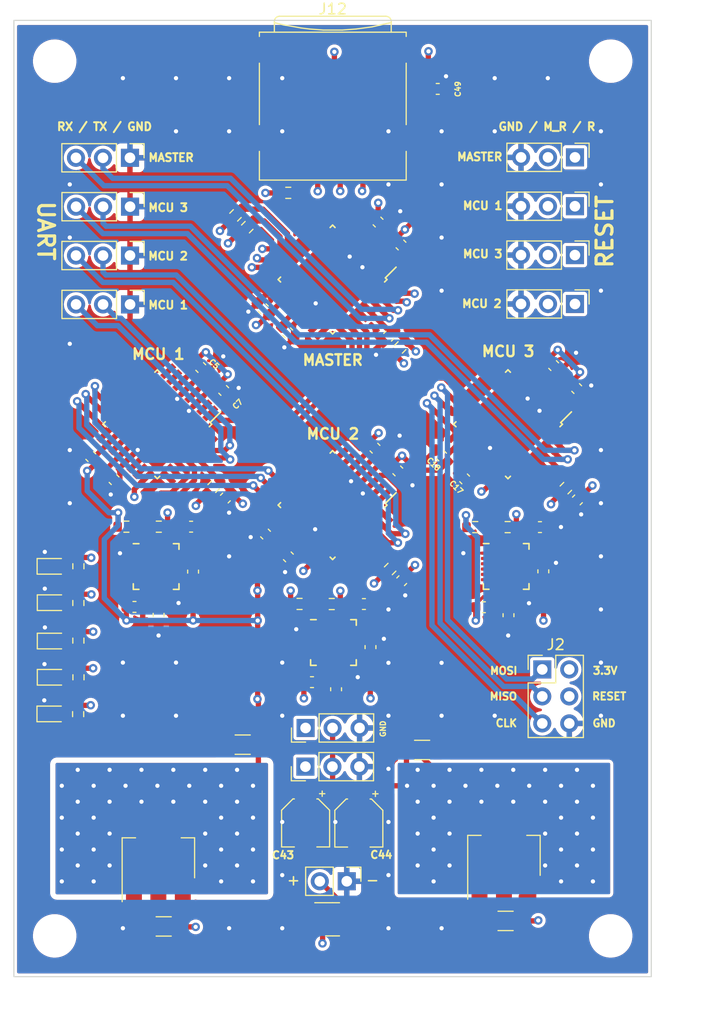
<source format=kicad_pcb>
(kicad_pcb (version 20211014) (generator pcbnew)
  (layers (0 "F.Cu" signal) (1 "In1.Cu" power) (2 "In2.Cu" mixed) (31 "B.Cu" mixed) (34 "B.Paste" user) (35 "F.Paste" user) (36 "B.SilkS" user "B.Silkscreen") (37 "F.SilkS" user "F.Silkscreen") (38 "B.Mask" user) (39 "F.Mask" user) (44 "Edge.Cuts" user))
  (net 0 "")
  (net 1 "GND")
  (net 2 "Net-(C3-Pad1)")
  (net 3 "Net-(C4-Pad1)")
  (net 4 "Net-(C6-Pad2)")
  (net 6 "Net-(C14-Pad1)")
  (net 7 "Net-(C15-Pad1)")
  (net 8 "Net-(C17-Pad2)")
  (net 9 "Net-(C9-Pad1)")
  (net 10 "Net-(C27-Pad1)")
  (net 11 "Net-(C28-Pad1)")
  (net 12 "Net-(C30-Pad2)")
  (net 13 "Net-(C20-Pad1)")
  (net 14 "Net-(C37-Pad2)")
  (net 15 "Net-(C33-Pad1)")
  (net 18 "5V")
  (net 19 "Net-(C45-Pad1)")
  (net 20 "Net-(D1-Pad2)")
  (net 21 "Net-(D2-Pad2)")
  (net 22 "Net-(D3-Pad2)")
  (net 23 "Net-(D4-Pad2)")
  (net 24 "/MCU 1/TXD")
  (net 25 "/MCU 1/RXD")
  (net 26 "MOSI")
  (net 27 "CLK")
  (net 28 "MISO")
  (net 29 "/MCU 3/TXD")
  (net 30 "/MCU 3/RXD")
  (net 31 "Reset")
  (net 32 "/MCU 2/TXD")
  (net 33 "/MCU 2/RXD")
  (net 34 "/MASTER/TXD")
  (net 35 "/MASTER/RXD")
  (net 36 "/MASTER/PWM_X")
  (net 37 "/MASTER/PWM_Y")
  (net 38 "Net-(J11-Pad2)")
  (net 39 "/MASTER/SS")
  (net 40 "/MCU 1/SDA")
  (net 41 "/MCU 1/SCL")
  (net 42 "/MCU 1/LED_G")
  (net 43 "/MCU 3/SDA")
  (net 44 "/MCU 3/SCL")
  (net 45 "/MCU 3/LED_G")
  (net 46 "/MCU 2/SDA")
  (net 47 "Net-(R13-Pad1)")
  (net 48 "Net-(R14-Pad1)")
  (net 49 "/MCU 2/SCL")
  (net 50 "/MASTER/LED_G")
  (net 61 "LEFT")
  (net 77 "RIGHT")
  (net 95 "CENTER")
  (net 102 "Net-(D5-Pad2)")
  (net 112 "3.3V")
  (net 120 "/MASTER/LED_SD")
  (net 121 "/MCU 2/LED_G")
  (net 122 "Net-(C40-Pad1)")
  (footprint "Capacitor_SMD:C_0603_1608Metric" (layer "F.Cu") (at 131.491953 88.517639)
    (fp_text reference "C14" hide)
    (fp_text value "2.2nF")
  )
  (footprint "Connector_PinHeader_2.54mm:PinHeader_1x03_P2.54mm_Vertical" (layer "F.Cu") (at 134.785 62.92 -90)
    (fp_text reference "J17" hide)
    (fp_text value "Conn_01x03_Male")
  )
  (footprint "Capacitor_SMD:C_0603_1608Metric" (layer "F.Cu") (at 118.411953 61.967639 -45)
    (fp_text reference "C36" hide)
    (fp_text value "100nF")
  )
  (footprint "LED_SMD:LED_0603_1608Metric" (layer "F.Cu") (at 85.66 102.65)
    (fp_text reference "D3" hide)
    (fp_text value "G_LED")
  )
  (footprint "Connector_PinHeader_2.54mm:PinHeader_1x03_P2.54mm_Vertical" (layer "F.Cu") (at 134.79 53.72 -90)
    (fp_text reference "J18" hide)
    (fp_text value "Conn_01x03_Male")
  )
  (footprint "Capacitor_SMD:C_0603_1608Metric" (layer "F.Cu") (at 124.4 83.98 135)
    (fp_text reference "C17")
    (fp_text value "100nF")
  )
  (footprint "Capacitor_SMD:C_0603_1608Metric" (layer "F.Cu") (at 132.781953 73.317639 -45)
    (fp_text reference "C16" hide)
    (fp_text value "100nF")
  )
  (footprint "Capacitor_SMD:C_0603_1608Metric" (layer "F.Cu") (at 91.4 84.05 135)
    (fp_text reference "C6" hide)
    (fp_text value "100nF")
  )
  (footprint "Connector_PinHeader_2.54mm:PinHeader_1x03_P2.54mm_Vertical" (layer "F.Cu") (at 92.905 67.56 -90)
    (fp_text reference "J1" hide)
    (fp_text value "Conn_01x03_Male")
  )
  (footprint "Capacitor_SMD:C_0603_1608Metric" (layer "F.Cu") (at 115.963945 81.089631 -45)
    (fp_text reference "C29" hide)
    (fp_text value "100nF")
  )
  (footprint "Capacitor_SMD:C_0603_1608Metric" (layer "F.Cu") (at 89.21 81.88 135)
    (fp_text reference "C8" hide)
    (fp_text value "100nF")
  )
  (footprint "LED_SMD:LED_0603_1608Metric" (layer "F.Cu") (at 85.629453 106.097639)
    (fp_text reference "D2" hide)
    (fp_text value "G_LED")
  )
  (footprint "Connector_PinHeader_2.54mm:PinHeader_1x03_P2.54mm_Vertical" (layer "F.Cu") (at 134.79 67.52 -90)
    (fp_text reference "J16" hide)
    (fp_text value "Conn_01x03_Male")
  )
  (footprint "Capacitor_SMD:C_0603_1608Metric" (layer "F.Cu") (at 134.951953 75.477639 -45)
    (fp_text reference "C19" hide)
    (fp_text value "100nF")
  )
  (footprint "Capacitor_SMD:C_0603_1608Metric" (layer "F.Cu") (at 135.02 85.96 -135)
    (fp_text reference "C20" hide)
    (fp_text value "0.01uF")
  )
  (footprint "Capacitor_SMD:C_0603_1608Metric" (layer "F.Cu") (at 114.921953 95.757639)
    (fp_text reference "C27" hide)
    (fp_text value "2.2nF")
  )
  (footprint "Resistor_SMD:R_0603_1608Metric" (layer "F.Cu") (at 88.04 99.2 -90)
    (fp_text reference "R17" hide)
    (fp_text value "100R")
  )
  (footprint "Connector_PinHeader_2.54mm:PinHeader_1x03_P2.54mm_Vertical" (layer "F.Cu") (at 109.43 107.42 90)
    (fp_text reference "J8" hide)
    (fp_text value "X")
  )
  (footprint "LED_SMD:LED_0603_1608Metric" (layer "F.Cu") (at 85.6425 92.21)
    (fp_text reference "D1" hide)
    (fp_text value "G_LED")
  )
  (footprint "Package_QFP:TQFP-32_7x7mm_P0.8mm" (layer "F.Cu") (at 95.471953 78.837639 -135)
    (fp_text reference "U2" hide)
    (fp_text value "ATmega328P-A")
  )
  (footprint "Capacitor_SMD:C_0603_1608Metric" (layer "F.Cu") (at 122.23 81.82 135)
    (fp_text reference "C18")
    (fp_text value "100nF")
  )
  (footprint "Capacitor_SMD:C_0603_1608Metric" (layer "F.Cu") (at 101.88 85.78 -135)
    (fp_text reference "C9" hide)
    (fp_text value "0.01uF")
  )
  (footprint "Package_TO_SOT_SMD:SOT-223-3_TabPin2" (layer "F.Cu") (at 128.101953 119.437639 90)
    (fp_text reference "U9" hide)
    (fp_text value "LM1117-5.0")
  )
  (footprint "Package_TO_SOT_SMD:SOT-23" (layer "F.Cu") (at 111.971953 125.427639)
    (fp_text reference "Q1" hide)
    (fp_text value "AO3401A")
  )
  (footprint "Resistor_SMD:R_0603_1608Metric" (layer "F.Cu") (at 88.019453 106.117639 -90)
    (fp_text reference "R8" hide)
    (fp_text value "100R")
  )
  (footprint "Capacitor_SMD:C_1206_3216Metric" (layer "F.Cu") (at 120.4 109.49)
    (fp_text reference "C47" hide)
    (fp_text value "10uF")
  )
  (footprint "Resistor_SMD:R_0603_1608Metric" (layer "F.Cu") (at 95.611953 88.477639 180)
    (fp_text reference "R2" hide)
    (fp_text value "2.2k")
  )
  (footprint "Capacitor_SMD:C_0603_1608Metric" (layer "F.Cu") (at 117.25 70.55 -135)
    (fp_text reference "C40" hide)
    (fp_text value "0.01uF")
  )
  (footprint "Capacitor_SMD:C_0603_1608Metric" (layer "F.Cu") (at 110.031953 103.107639 180)
    (fp_text reference "C23" hide)
    (fp_text value "10nF")
  )
  (footprint "LED_SMD:LED_0603_1608Metric" (layer "F.Cu") (at 85.66 99.24)
    (fp_text reference "D5" hide)
    (fp_text value "G_LED")
  )
  (footprint "Capacitor_SMD:C_0603_1608Metric" (layer "F.Cu") (at 112.301953 103.777639 -90)
    (fp_text reference "C28" hide)
    (fp_text value "0.1uF")
  )
  (footprint "Capacitor_SMD:C_0603_1608Metric" (layer "F.Cu") (at 105.66 89.17 135)
    (fp_text reference "C32" hide)
    (fp_text value "100nF")
  )
  (footprint "Capacitor_SMD:C_0603_1608Metric" (layer "F.Cu") (at 95.591953 96.777639 -90)
    (fp_text reference "C4" hide)
    (fp_text value "0.1uF")
  )
  (footprint "Package_QFP:TQFP-32_7x7mm_P0.8mm" (layer "F.Cu") (at 111.971953 65.217639 -135)
    (fp_text reference "U8" hide)
    (fp_text value "ATmega328P-A")
  )
  (footprint "Resistor_SMD:R_0603_1608Metric" (layer "F.Cu") (at 111.891953 95.757639 180)
    (fp_text reference "R10" hide)
    (fp_text value "2.2k")
  )
  (footprint "Resistor_SMD:R_0603_1608Metric" (layer "F.Cu") (at 88.05 102.65 -90)
    (fp_text reference "R12" hide)
    (fp_text value "100R")
  )
  (footprint "Capacitor_SMD:C_0603_1608Metric" (layer "F.Cu") (at 118.111953 83.227639 -45)
    (fp_text reference "C31" hide)
    (fp_text value "100nF")
  )
  (footprint "Package_QFP:TQFP-32_7x7mm_P0.8mm" (layer "F.Cu") (at 111.971953 86.447639 -135)
    (fp_text reference "U7" hide)
    (fp_text value "ATmega328P-A")
  )
  (footprint "Capacitor_SMD:C_0603_1608Metric" (layer "F.Cu") (at 93.321953 96.027639 180)
    (fp_text reference "C1" hide)
    (fp_text value "10nF")
  )
  (footprint "Resistor_SMD:R_0603_1608Metric" (layer "F.Cu") (at 103.94 60.29 -135)
    (fp_text reference "R14" hide)
    (fp_text value "510R")
  )
  (footprint "Capacitor_SMD:C_0603_1608Metric" (layer "F.Cu") (at 115.54 99.81 90)
    (fp_text reference "C26" hide)
    (fp_text value "0.1uF")
  )
  (footprint "Resistor_SMD:R_0603_1608Metric" (layer "F.Cu") (at 88.04 95.66 -90)
    (fp_text reference "R16" hide)
    (fp_text value "100R")
  )
  (footprint "Capacitor_SMD:C_0603_1608Metric" (layer "F.Cu") (at 121.87 47.28 180)
    (fp_text reference "C49")
    (fp_text value "100nF")
  )
  (footprint "Resistor_SMD:R_0603_1608Metric" (layer "F.Cu") (at 107.8 57.06 180)
    (fp_text reference "R18" hide)
    (fp_text value "10k")
  )
  (footprint "Capacitor_SMD:C_0603_1608Metric" (layer "F.Cu") (at 98.651953 88.477639)
    (fp_text reference "C3" hide)
    (fp_text value "2.2nF")
  )
  (footprint "Connector_PinHeader_2.54mm:PinHeader_2x03_P2.54mm_Vertical" (layer "F.Cu") (at 131.71 101.91)
    (fp_text reference "J2")
    (fp_text value "Conn_02x03_Odd_Even")
  )
  (footprint "Capacitor_SMD:C_0603_1608Metric" (layer "F.Cu") (at 126.211953 96.057639 180)
    (fp_text reference "C12" hide)
    (fp_text value "10nF")
  )
  (footprint "Capacitor_SMD:C_0603_1608Metric" (layer "F.Cu") (at 128.531953 96.807639 -90)
    (fp_text reference "C15" hide)
    (fp_text value "0.1uF")
  )
  (footprint "Resistor_SMD:R_0603_1608Metric" (layer "F.Cu") (at 128.451953 88.517639 180)
    (fp_text reference "R6" hide)
    (fp_text value "2.2k")
  )
  (footprint "Connector_PinHeader_2.54mm:PinHeader_1x03_P2.54mm_Vertical" (layer "F.Cu") (at 92.9 62.96 -90)
    (fp_text reference "J6" hide)
    (fp_text value "Conn_01x03_Male")
  )
  (footprint "Resistor_SMD:R_0603_1608Metric" (layer "F.Cu") (at 100.77 84.72 -135)
    (fp_text reference "R3" hide)
    (fp_text value "10k")
  )
  (footprint "Capacitor_SMD:CP_Elec_4x5.4" (layer "F.Cu") (at 109.431953 116.357639 -90)
    (fp_text reference "C43")
    (fp_text value "1uF")
  )
  (footprint "Connector_PinHeader_2.54mm:PinHeader_1x02_P2.54mm_Vertical" (layer "F.Cu") (at 113.306953 121.847639 -90)
    (fp_text reference "J11" hide)
    (fp_text value "Conn_01x02_Male")
  )
  (footprint "Resistor_SMD:R_0603_1608Metric" (layer "F.Cu") (at 117.39 92.46 -135)
    (fp_text reference "R11" hide)
    (fp_text value "10k")
  )
  (footprint "Resistor_SMD:R_0603_1608Metric" (layer "F.Cu") (at 92.561953 88.477639 180)
    (fp_text reference "R1" hide)
    (fp_text value "2.2k")
  )
  (footprint "Capacitor_SMD:C_0603_1608Metric" (layer "F.Cu") (at 118.478008 93.561992 -135)
    (fp_text reference "C33" hide)
    (fp_text value "0.01uF")
  )
  (footprint "Capacitor_SMD:C_0603_1608Metric" (layer "F.Cu") (at 107.75 70.23 135)
    (fp_text reference "C37" hide)
    (fp_text value "100nF")
  )
  (footprint "Resistor_SMD:R_0603_1608Metric" (layer "F.Cu") (at 88.0425 92.2 -90)
    (fp_text reference "R4" hide)
    (fp_text value "100R")
  )
  (footprint "Connector_Card:microSD_HC_Wuerth_693072010801" (layer "F.Cu") (at 111.99 47.75)
    (fp_text reference "J12")
    (fp_text value "Micro_SD_Card")
  )
  (footprint "Connector_PinHeader_2.54mm:PinHeader_1x03_P2.54mm_Vertical" (layer "F.Cu") (at 109.415 111.06 90)
    (fp_text reference "J10" hide)
    (fp_text value "Y")
  )
  (footprint "Package_TO_SOT_SMD:SOT-223-3_TabPin2" (layer "F.Cu") (at 95.571953 119.667639 90)
    (fp_text reference "U10" hide)
    (fp_text value "LM1117-3.3")
  )
  (footprint "Capacitor_SMD:C_1206_3216Metric" (layer "F.Cu") (at 103.51 108.99 180)
    (fp_text reference "C48" hide)
    (fp_text value "10uF")
  )
  (footprint "Resistor_SMD:R_0603_1608Metric" (layer "F.Cu") (at 133.93 84.85 -135)
    (fp_text reference "R7" hide)
    (fp_text value "10k")
  )
  (footprint "Resistor_SMD:R_0603_1608Metric" (layer "F.Cu") (at 118.34 71.61 -135)
    (fp_text reference "R15" hide)
    (fp_text value "10k")
  )
  (footprint "Resistor_SMD:R_0603_1608Metric" (layer "F.Cu") (at 102.83 59.18 -135)
    (fp_text reference "R13" hide)
    (fp_text value "510R")
  )
  (footprint "Capacitor_SMD:C_0603_1608Metric" (layer "F.Cu") (at 98.84 92.705 90)
    (fp_text reference "C2" hide)
    (fp_text value "0.1uF")
  )
  (footprint "Connector_PinHeader_2.54mm:PinHeader_1x03_P2.54mm_Vertical" (layer "F.Cu") (at 92.905 58.362361 -90)
    (fp_text reference "J3" hide)
    (fp_text value "Conn_01x03_Male")
  )
  (footprint "Capacitor_SMD:C_1206_3216Metric" (layer "F.Cu") (at 96.071953 126.097639 180)
    (fp_text reference "C45" hide)
    (fp_text value "10uF")
  )
  (footprint "Capacitor_SMD:C_0603_1608Metric" (layer "F.Cu") (at 116.251953 59.807639 -45)
    (fp_text reference "C38" hide)
    (fp_text value "100nF")
  )
  (footprint "Capacitor_SMD:C_0603_1608Metric" (layer "F.Cu") (at 107.81 91.32 135)
    (fp_text reference "C30" hide)
    (fp_text value "100nF")
  )
  (footprint "Connector_PinHeader_2.54mm:PinHeader_1x03_P2.54mm_Vertical" (layer "F.Cu") (at 92.895 53.762361 -90)
    (fp_text reference "J7" hide)
    (fp_text value "Conn_01x03_Male")
  )
  (footprint "Capacitor_SMD:CP_Elec_4x5.4" (layer "F.Cu") (at 114.441953 116.367639 -90)
    (fp_text reference "C44")
    (fp_text value "1uF")
  )
  (footprint "Resistor_SMD:R_0603_1608Metric" (layer "F.Cu") (at 125.401953 88.517639 180)
    (fp_text reference "R5" hide)
    (fp_text value "2.2k")
  )
  (footprint "MountingHole:MountingHole_3.5mm" (layer "F.Cu") (at 85.811953 44.667639)
    (fp_text reference "H3" hide)
    (fp_text value "MountingHole")
  )
  (footprint "Capacitor_SMD:C_0603_1608Metric" (layer "F.Cu") (at 105.45 67.97 135)
    (fp_text reference "C39" hide)
    (fp_text value "100nF")
  )
  (footprint "LED_SMD:LED_0603_1608Metric" (layer "F.Cu") (at 85.66 95.63)
    (fp_text reference "D4" hide)
    (fp_text value "G_LED")
  )
  (footprint "Capacitor_SMD:C_0603_1608Metric" (layer "F.Cu") (at 99.561953 73.497639 -45)
    (fp_text reference "C5")
    (fp_text value "100nF")
  )
  (footprint "Connector_PinHeader_2.54mm:PinHeader_1x03_P2.54mm_Vertical" (layer "F.Cu") (at 134.785 58.32 -90)
    (fp_text reference "J15" hide)
    (fp_text value "Conn_01x03_Male")
  )
  (footprint "Package_QFP:TQFP-32_7x7mm_P0.8mm" (layer "F.Cu") (at 128.481953 78.837639 -135)
    (fp_text reference "U4" hide)
    (fp_text value "ATmega328P-A")
  )
  (footprint "Sensor_Motion:InvenSense_QFN-24_4x4mm_P0.5mm" (layer "F.Cu") (at 95.361953 92.227639)
    (fp_text reference "U1" hide)
    (fp_text value "MPU-6050")
  )
  (footprint "Sensor_Motion:InvenSense_QFN-24_4x4mm_P0.5mm" (layer "F.Cu") (at 128.311953 92.217639)
    (fp_text reference "U3" hide)
    (fp_text value "MPU-6050")
  )
  (footprint "Capacitor_SMD:C_0603_1608Metric" (layer "F.Cu") (at 131.81 92.68 90)
    (fp_text reference "C13" hide)
    (fp_text value "0.1uF")
  )
  (footprint "MountingHole:MountingHole_3.5mm" (layer "F.Cu") (at 138.151953 44.667639)
    (fp_text reference "H1" hide)
    (fp_text value "MountingHole")
  )
  (footprint "Capacitor_SMD:C_1206_3216Metric" (layer "F.Cu") (at 128.256953 125.577639 180)
    (fp_text reference "C46" hide)
    (fp_text value "10uF")
  )
  (footprint "Resistor_SMD:R_0603_1608Metric" (layer "F.Cu") (at 108.861953 95.747639 180)
    (fp_text reference "R9" hide)
    (fp_text value "2.2k")
  )
  (footprint "Sensor_Motion:InvenSense_QFN-24_4x4mm_P0.5mm" (layer "F.Cu") (at 112.051953 99.377639)
    (fp_text reference "U5" hide)
    (fp_text value "MPU-6050")
  )
  (footprint "MountingHole:MountingHole_3.5mm" (layer "F.Cu") (at 138.151953 126.987639)
    (fp_text reference "H4" hide)
    (fp_text value "MountingHole")
  )
  (footprint "Capacitor_SMD:C_0603_1608Metric" (layer "F.Cu") (at 101.721953 75.657639 -45)
    (fp_text reference "C7")
    (fp_text value "100nF")
  )
  (footprint "MountingHole:MountingHole_3.5mm" (layer "F.Cu") (at 85.811953 126.987639)
    (fp_text reference "H2" hide)
    (fp_text value "MountingHole")
  )
  (gr_rect (start 81.971953 40.827639) (end 141.971953 130.827639) (layer "Edge.Cuts") (width 0.1) (fill none))
  (gr_text "MASTER" (at 125.823047 53.672361) (layer "F.SilkS") (effects (font (size 0.75 0.75) (thickness 0.1875))))
  (gr_text "MASTER" (at 96.77 53.74) (layer "F.SilkS") (effects (font (size 0.75 0.75) (thickness 0.1875))))
  (gr_text "MCU 2\n\n" (at 112 80.55) (layer "F.SilkS") (effects (font (size 1 1) (thickness 0.225))))
  (gr_text "MCU 1\n" (at 96.495 67.622361) (layer "F.SilkS") (effects (font (size 0.75 0.75) (thickness 0.1875))))
  (gr_text "MCU 3" (at 126.103047 62.81) (layer "F.SilkS") (effects (font (size 0.75 0.75) (thickness 0.1875))))
  (gr_text "UART\n" (at 84.98 60.65 270) (layer "F.SilkS") (effects (font (size 1.5 1.5) (thickness 0.3))))
  (gr_text "GND" (at 137.53 106.98) (layer "F.SilkS") (effects (font (size 0.7 0.7) (thickness 0.175))))
  (gr_text "\n" (at 98.931953 59.457639 90) (layer "F.SilkS") (effects (font (size 1.5 1.5) (thickness 0.3))))
  (gr_text "RX / TX / GND" (at 90.5 50.83) (layer "F.SilkS") (effects (font (size 0.75 0.75) (thickness 0.1875))))
  (gr_text "+\n" (at 108.29 121.73) (layer "F.SilkS") (effects (font (size 1 1))))
  (gr_text "MCU 3\n\n\n" (at 128.5 73.59) (layer "F.SilkS") (effects (font (size 1 1) (thickness 0.225))))
  (gr_text "3.3V\n" (at 137.63 102.03) (layer "F.SilkS") (effects (font (size 0.7 0.7) (thickness 0.175))))
  (gr_text "MCU 2\n" (at 126.023047 67.49) (layer "F.SilkS") (effects (font (size 0.75 0.75) (thickness 0.1875))))
  (gr_text "CLK" (at 128.33 106.97) (layer "F.SilkS") (effects (font (size 0.7 0.7) (thickness 0.175))))
  (gr_text "MCU 3" (at 96.495 58.452361) (layer "F.SilkS") (effects (font (size 0.75 0.75) (thickness 0.1875))))
  (gr_text "MCU 2\n" (at 96.485 63.012361) (layer "F.SilkS") (effects (font (size 0.75 0.75) (thickness 0.1875))))
  (gr_text "MOSI\n" (at 128.08 102.04) (layer "F.SilkS") (effects (font (size 0.7 0.7) (thickness 0.175))))
  (gr_text "MISO\n" (at 128.05 104.45) (layer "F.SilkS") (effects (font (size 0.7 0.7) (thickness 0.175))))
  (gr_text "MCU 1\n" (at 95.57 72.24) (layer "F.SilkS") (effects (font (size 1 1) (thickness 0.225))))
  (gr_text "GND / M_R / R" (at 132.15 50.83) (layer "F.SilkS") (effects (font (size 0.75 0.75) (thickness 0.1875))))
  (gr_text "MASTER" (at 111.99 72.8) (layer "F.SilkS") (effects (font (size 1 1) (thickness 0.225))))
  (gr_text "GND" (at 116.72 107.5 90) (layer "F.SilkS") (effects (font (size 0.5 0.5) (thickness 0.125))))
  (gr_text "MCU 1\n" (at 126.103047 58.27) (layer "F.SilkS") (effects (font (size 0.75 0.75) (thickness 0.1875))))
  (gr_text "-\n" (at 115.73 121.72) (layer "F.SilkS") (effects (font (size 1 1))))
  (gr_text "RESET" (at 137.593047 60.702361 90) (layer "F.SilkS") (effects (font (size 1.5 1.5) (thickness 0.3))))
  (gr_text "RESET" (at 138.01 104.44) (layer "F.SilkS") (effects (font (size 0.7 0.7) (thickness 0.175))))
  (segment (start 111.801953 101.327639) (end 111.801953 102.112639) (width 0.3) (layer "F.Cu") (net 1))
  (segment (start 116.799961 60.355647) (end 116.268259 60.355647) (width 0.5) (layer "F.Cu") (net 1))
  (segment (start 112.801953 101.951953) (end 112.801953 101.327639) (width 0.3) (layer "F.Cu") (net 1))
  (segment (start 127.009467 96.057639) (end 126.986953 96.057639) (width 0.3) (layer "F.Cu") (net 1))
  (segment (start 118.959961 62.515647) (end 118.465608 63.01) (width 0.5) (layer "F.Cu") (net 1))
  (segment (start 91.957639 90.977639) (end 93.411953 90.977639) (width 0.25) (layer "F.Cu") (net 1))
  (segment (start 91.948008 84.598008) (end 91.948008 82.92727) (width 0.5) (layer "F.Cu") (net 1))
  (segment (start 118.115608 84.32) (end 118.659961 83.775647) (width 0.5) (layer "F.Cu") (net 1))
  (segment (start 115.696953 97.103047) (end 114.672361 98.127639) (width 0.3) (layer "F.Cu") (net 1))
  (segment (start 128.061953 95.005153) (end 127.009467 96.057639) (width 0.3) (layer "F.Cu") (net 1))
  (segment (start 108.298008 70.778008) (end 108.298008 69.45727) (width 0.5) (layer "F.Cu") (net 1))
  (segment (start 132.266953 90.363047) (end 131.662361 90.967639) (width 0.3) (layer "F.Cu") (net 1))
  (segment (start 128.061953 94.167639) (end 128.061953 95.005153) (width 0.3) (layer "F.Cu") (net 1))
  (segment (start 99.698259 74.045647) (end 98.194314 75.549592) (width 0.5) (layer "F.Cu") (net 1))
  (segment (start 108.358008 91.868008) (end 108.358008 90.62727) (width 0.5) (layer "F.Cu") (net 1))
  (segment (start 114.34 102.64) (end 113.49 102.64) (width 0.3) (layer "F.Cu") (net 1))
  (segment (start 98.367639 90.977639) (end 98.37 90.98) (width 0.3) (layer "F.Cu") (net 1))
  (segment (start 97.311953 90.977639) (end 98.367639 90.977639) (width 0.3) (layer "F.Cu") (net 1))
  (segment (start 96.76 95.66) (end 97.47 95.66) (width 0.3) (layer "F.Cu") (net 1))
  (segment (start 110.101953 98.127639) (end 110.099592 98.13) (width 0.25) (layer "F.Cu") (net 1))
  (segment (start 96.111953 95.011953) (end 96.76 95.66) (width 0.3) (layer "F.Cu") (net 1))
  (segment (start 108.358008 90.62727) (end 109.249592 89.735686) (width 0.5) (layer "F.Cu") (net 1))
  (segment (start 115.825685 84.290963) (end 116.470139 83.646509) (width 0.5) (layer "F.Cu") (net 1))
  (segment (start 132.266953 88.517639) (end 132.266953 90.363047) (width 0.3) (layer "F.Cu") (net 1))
  (segment (start 116.470139 83.646509) (end 117.086509 83.646509) (width 0.5) (layer "F.Cu") (net 1))
  (segment (start 135.499961 76.025647) (end 132.991001 76.025647) (width 0.5) (layer "F.Cu") (net 1))
  (segment (start 132.991001 76.025647) (end 132.335685 76.680963) (width 0.5) (layer "F.Cu") (net 1))
  (segment (start 113.49 102.64) (end 112.801953 101.951953) (width 0.3) (layer "F.Cu") (net 1))
  (segment (start 129.061953 94.69368) (end 129.061953 94.167639) (width 0.3) (layer "F.Cu") (net 1))
  (segment (start 114.672361 98.127639) (end 114.001953 98.127639) (width 0.3) (layer "F.Cu") (net 1))
  (segment (start 95.111953 94.177639) (end 95.111953 95.012639) (width 0.3) (layer "F.Cu") (net 1))
  (segment (start 124.948008 82.93727) (end 125.759592 82.125686) (width 0.5) (layer "F.Cu") (net 1))
  (segment (start 126.361953 90.967639) (end 124.282361 90.967639) (width 0.25) (layer "F.Cu") (net 1))
  (segment (start 100.59 75.9) (end 100.106648 75.9) (width 0.5) (layer "F.Cu") (net 1))
  (segment (start 117.256509 62.416509) (end 116.470139 62.416509) (width 0.5) (layer "F.Cu") (net 1))
  (segment (start 118.465608 63.01) (end 117.85 63.01) (width 0.5) (layer "F.Cu") (net 1))
  (segment (start 108.298008 69.45727) (end 109.249592 68.505686) (width 0.5) (layer "F.Cu") (net 1))
  (segment (start 133.329961 73.865647) (end 132.888259 73.865647) (width 0.5) (layer "F.Cu") (net 1))
  (segment (start 130.048273 95.68) (end 129.061953 94.69368) (width 0.3) (layer "F.Cu") (net 1))
  (segment (start 130.46 95.68) (end 130.048273 95.68) (width 0.3) (layer "F.Cu") (net 1))
  (segment (start 95.111953 95.012639) (end 94.096953 96.027639) (width 0.3) (layer "F.Cu") (net 1))
  (segment (start 102.269961 76.205647) (end 101.835608 76.64) (width 0.5) (layer "F.Cu") (net 1))
  (segment (start 124.948008 84.528008) (end 124.948008 82.93727) (width 0.5) (layer "F.Cu") (net 1))
  (segment (start 98.372361 90.977639) (end 99.426953 89.923047) (width 0.3) (layer "F.Cu") (net 1))
  (segment (start 124.282361 90.967639) (end 124.28 90.97) (width 0.25) (layer "F.Cu") (net 1))
  (segment (start 101.835608 76.64) (end 101.33 76.64) (width 0.5) (layer "F.Cu") (net 1))
  (segment (start 100.109961 74.045647) (end 99.698259 74.045647) (width 0.5) (layer "F.Cu") (net 1))
  (segment (start 116.511953 81.637639) (end 116.216267 81.637639) (width 0.5) (layer "F.Cu") (net 1))
  (segment (start 116.470139 62.416509) (end 115.825685 63.060963) (width 0.5) (layer "F.Cu") (net 1))
  (segment (start 111.801953 102.112639) (end 110.806953 103.107639) (width 0.3) (layer "F.Cu") (net 1))
  (segment (start 115.696953 95.757639) (end 115.696953 97.103047) (width 0.3) (layer "F.Cu") (net 1))
  (segment (start 117.85 63.01) (end 117.256509 62.416509) (width 0.5) (layer "F.Cu") (net 1))
  (segment (start 110.099592 98.13) (end 108.55 98.13) (width 0.25) (layer "F.Cu") (net 1))
  (segment (start 96.111953 94.177639) (end 96.111953 95.011953) (width 0.3) (layer "F.Cu") (net 1))
  (segment (start 130.261953 90.967639) (end 131.352361 90.967639) (width 0.3) (layer "F.Cu") (net 1))
  (segment (start 131.352361 90.967639) (end 131.36 90.96) (width 0.3) (layer "F.Cu") (net 1))
  (segment (start 116.268259 60.355647) (end 114.694314 61.929592) (width 0.5) (layer "F.Cu") (net 1))
  (segment (start 131.662361 90.967639) (end 130.261953 90.967639) (width 0.3) (layer "F.Cu") (net 1))
  (segment (start 97.311953 90.977639) (end 98.372361 90.977639) (width 0.3) (layer "F.Cu") (net 1))
  (segment (start 99.426953 89.923047) (end 99.426953 88.477639) (width 0.3) (layer "F.Cu") (net 1))
  (segment (start 91.948008 82.92727) (end 92.749592 82.125686) (width 0.5) (layer "F.Cu") (net 1))
  (segment (start 117.086509 83.646509) (end 117.76 84.32) (width 0.5) (layer "F.Cu") (net 1))
  (segment (start 101.33 76.64) (end 100.59 75.9) (width 0.5) (layer "F.Cu") (net 1))
  (segment (start 117.76 84.32) (end 118.115608 84.32) (width 0.5) (layer "F.Cu") (net 1))
  (segment (start 100.106648 75.9) (end 99.325685 76.680963) (width 0.5) (layer "F.Cu") (net 1))
  (segment (start 132.888259 73.865647) (end 131.204314 75.549592) (width 0.5) (layer "F.Cu") (net 1))
  (segment (start 116.216267 81.637639) (end 114.694314 83.159592) (width 0.5) (layer "F.Cu") (net 1))
  (via (at 127.231953 46.267639) (size 0.8) (drill 0.4) (layers "F.Cu" "B.Cu") (net 1))
  (via (at 114.34 102.64) (size 0.8) (drill 0.4) (layers "F.Cu" "B.Cu") (net 1))
  (via (at 118.28 79.91) (size 0.8) (drill 0.4) (layers "F.Cu" "B.Cu") (net 1))
  (via (at 104.26 89.46) (size 0.8) (drill 0.4) (layers "F.Cu" "B.Cu") (net 1))
  (via (at 137.231953 106.267639) (size 0.8) (drill 0.4) (layers "F.Cu" "B.Cu") (net 1))
  (via (at 104.04 68.24) (size 0.8) (drill 0.4) (layers "F.Cu" "B.Cu") (net 1))
  (via (at 114.78 64.06) (size 0.8) (drill 0.4) (layers "F.Cu" "B.Cu") (net 1))
  (via (at 107.231953 46.267639) (size 0.8) (drill 0.4) (layers "F.Cu" "B.Cu") (net 1))
  (via (at 136.32 75.19) (size 0.8) (drill 0.4) (layers "F.Cu" "B.Cu") (net 1))
  (via (at 97.231953 46.267639) (size 0.8) (drill 0.4) (layers "F.Cu" "B.Cu") (net 1))
  (via (at 97.231953 51.267639) (size 0.8) (drill 0.4) (layers "F.Cu" "B.Cu") (net 1))
  (via (at 117.231953 111.267639) (size 0.8) (drill 0.4) (layers "F.Cu" "B.Cu") (net 1))
  (via (at 107.231953 51.267639) (size 0.8) (drill 0.4) (layers "F.Cu" "B.Cu") (net 1))
  (via (at 137.231953 101.267639) (size 0.8) (drill 0.4) (layers "F.Cu" "B.Cu") (net 1))
  (via (at 97.231953 106.267639) (size 0.8) (drill 0.4) (layers "F.Cu" "B.Cu") (net 1))
  (via (at 137.231953 51.267639) (size 0.8) (drill 0.4) (layers "F.Cu" "B.Cu") (net 1))
  (via (at 127.231953 51.267639) (size 0.8) (drill 0.4) (layers "F.Cu" "B.Cu") (net 1))
  (via (at 84.89 97.96) (size 0.8) (drill 0.4) (layers "F.Cu" "B.Cu") (net 1))
  (via (at 87.231953 71.267639) (size 0.8) (drill 0.4) (layers "F.Cu" "B.Cu") (net 1))
  (via (at 122.65 46.09) (size 0.8) (drill 0.4) (layers "F.Cu" "B.Cu") (net 1))
  (via (at 92.231953 46.267639) (size 0.8) (drill 0.4) (layers "F.Cu" "B.Cu") (net 1))
  (via (at 92.231953 106.267639) (size 0.8) (drill 0.4) (layers "F.Cu" "B.Cu") (net 1))
  (via (at 107.231953 121.267639) (size 0.8) (drill 0.4) (layers "F.Cu" "B.Cu") (net 1))
  (via (at 117.231953 106.267639) (size 0.8) (drill 0.4) (layers "F.Cu" "B.Cu") (net 1))
  (via (at 102.23 87.16) (size 0.8) (drill 0.4) (layers "F.Cu" "B.Cu") (net 1))
  (via (at 107.231953 116.267639) (size 0.8) (drill 0.4) (layers "F.Cu" "B.Cu") (net 1))
  (via (at 118.34 58.79) (size 0.8) (drill 0.4) (layers "F.Cu" "B.Cu") (net 1))
  (via (at 137.231953 96.267639) (size 0.8) (drill 0.4) (layers "F.Cu" "B.Cu") (net 1))
  (via (at 137.231953 81.267639) (size 0.8) (drill 0.4) (layers "F.Cu" "B.Cu") (net 1))
  (via (at 84.83 104.82) (size 0.8) (drill 0.4) (layers "F.Cu" "B.Cu") (net 1))
  (via (at 112.231953 116.267639) (size 0.8) (drill 0.4) (layers "F.Cu" "B.Cu") (net 1))
  (via (at 97.231953 101.267639) (size 0.8) (drill 0.4) (layers "F.Cu" "B.Cu") (net 1))
  (via (at 117.231953 116.267639) (size 0.8) (drill 0.4) (layers "F.Cu" "B.Cu") (net 1))
  (via (at 110.38 67.46) (size 0.8) (drill 0.4) (layers "F.Cu" "B.Cu") (net 1))
  (via (at 133 91.88) (size 0.8) (drill 0.4) (layers "F.Cu" "B.Cu") (net 1))
  (via (at 122.23 101.29) (size 0.8) (drill 0.4) (layers "F.Cu" "B.Cu") (net 1))
  (via (at 103.13 75.42) (size 0.8) (drill 0.4) (layers "F.Cu" "B.Cu") (net 1))
  (via (at 114.82 85.35) (size 0.8) (drill 0.4) (layers "F.Cu" "B.Cu") (net 1))
  (via (at 87.231953 86.267639) (size 0.8) (drill 0.4) (layers "F.Cu" "B.Cu") (net 1))
  (via (at 130.46 95.68) (size 0.8) (drill 0.4) (layers "F.Cu" "B.Cu") (net 1))
  (via (at 118.81 94.94) (size 0.8) (drill 0.4) (layers "F.Cu" "B.Cu") (net 1))
  (via (at 92.231953 101.267639) (size 0.8) (drill 0.4) (layers "F.Cu" "B.Cu") (net 1))
  (via (at 116.06 72.3) (size 0.8) (drill 0.4) (layers "F.Cu" "B.Cu") (net 1))
  (via (at 107.43 71.6) (size 0.8) (drill 0.4) (layers "F.Cu" "B.Cu") (net 1))
  (via (at 122.231953 51.267639) (size 0.8) (drill 0.4) (layers "F.Cu" "B.Cu") (net 1))
  (via (at 122.231953 126.267639) (size 0.8) (drill 0.4) (layers "F.Cu" "B.Cu") (net 1))
  (via (at 137.231953 91.267639) (size 0.8) (drill 0.4) (layers "F.Cu" "B.Cu") (net 1))
  (via (at 93.63 81.26) (size 0.8) (drill 0.4) (layers "F.Cu" "B.Cu") (net 1))
  (via (at 107.5 92.75) (size 0.8) (drill 0.4) (layers "F.Cu" "B.Cu") (net 1))
  (via (at 91.957639 90.977639) (size 0.8) (drill 0.4) (layers "F.Cu" "B.Cu") (net 1))
  (via (at 84.88 94.31) (size 0.8) (drill 0.4) (layers "F.Cu" "B.Cu") (net 1))
  (via (at 84.85 101.41) (size 0.8) (drill 0.4) (layers "F.Cu" "B.Cu") (net 1))
  (via (at 133.47 88.51) (size 0.8) (drill 0.4) (layers "F.Cu" "B.Cu") (net 1))
  (via (at 87.231953 56.267639) (size 0.8) (drill 0.4) (layers "F.Cu" "B.Cu") (net 1))
  (via (at 102.231953 91.267639) (size 0.8) (drill 0.4) (layers "F.Cu" "B.Cu") (net 1))
  (via (at 84.88 90.85) (size 0.8) (drill 0.4) (layers "F.Cu" "B.Cu") (net 1))
  (via (at 87.231953 81.267639) (size 0.8) (drill 0.4) (layers "F.Cu" "B.Cu") (net 1))
  (via (at 135.37 87.32) (size 0.8) (drill 0.4) (layers "F.Cu" "B.Cu") (net 1))
  (via (at 119.49 84.58) (size 0.8) (drill 0.4) (layers "F.Cu" "B.Cu") (net 1))
  (via (at 122.231953 61.267639) (size 0.8) (drill 0.4) (layers "F.Cu" "B.Cu") (net 1))
  (via (at 122.231953 66.267639) (size 0.8) (drill 0.4) (layers "F.Cu" "B.Cu") (net 1))
  (via (at 92.231953 126.267639) (size 0.8) (drill 0.4) (layers "F.Cu" "B.Cu") (net 1))
  (via (at 101.68 72.45) (size 0.8) (drill 0.4) (layers "F.Cu" "B.Cu") (net 1))
  (via (at 126.79 81.07) (size 0.8) (drill 0.4) (layers "F.Cu" "B.Cu") (net 1))
  (via (at 102.231953 51.267639) (size 0.8) (drill 0.4) (layers "F.Cu" "B.Cu") (net 1))
  (via (at 107.231953 126.267639) (size 0.8) (drill 0.4) (layers "F.Cu" "B.Cu") (net 1))
  (via (at 137.231953 56.267639) (size 0.8) (drill 0.4) (layers "F.Cu" "B.Cu") (net 1))
  (via (at 130.33 76.42) (size 0.8) (drill 0.4) (layers "F.Cu" "B.Cu") (net 1))
  (via (at 110.33 88.72) (size 0.8) (drill 0.4) (layers "F.Cu" "B.Cu") (net 1))
  (via (at 134.89 72.11) (size 0.8) (drill 0.4) (layers "F.Cu" "B.Cu") (net 1))
  (via (at 95.59 98.72) (size 0.8) (drill 0.4) (layers "F.Cu" "B.Cu") (net 1))
  (via (at 107.231953 106.267639) (size 0.8) (drill 0.4) (layers "F.Cu" "B.Cu") (net 1))
  (via (at 102.231953 46.267639) (size 0.8) (drill 0.4) (layers "F.Cu" "B.Cu") (net 1))
  (via (at 98.45 77.58) (size 0.8) (drill 0.4) (layers "F.Cu" "B.Cu") (net 1))
  (via (at 122.231953 106.267639) (size 0.8) (drill 0.4) (layers "F.Cu" "B.Cu") (net 1))
  (via (at 113.58 63.06) (size 0.8) (drill 0.4) (layers "F.Cu" "B.Cu") (net 1))
  (via (at 137.231953 86.267639) (size 0.8) (drill 0.4) (layers "F.Cu" "B.Cu") (net 1))
  (via (at 127.231953 106.267639) (size 0.8) (drill 0.4) (layers "F.Cu" "B.Cu") (net 1))
  (via (at 116.8 99.03) (size 0.8) (drill 0.4) (layers "F.Cu" "B.Cu") (net 1))
  (via (at 131.45 77.57) (size 0.8) (drill 0.4) (layers "F.Cu" "B.Cu") (net 1))
  (via (at 107.231953 101.267639) (size 0.8) (drill 0.4) (layers "F.Cu" "B.Cu") (net 1))
  (via (at 117.231953 56.267639) (size 0.8) (drill 0.4) (layers "F.Cu" "B.Cu") (net 1))
  (via (at 108.55 98.13) (size 0.8) (drill 0.4) (layers "F.Cu" "B.Cu") (net 1))
  (via (at 117.23 101.29) (size 0.8) (drill 0.4) (layers "F.Cu" "B.Cu") (net 1))
  (via (at 113.71 84.2) (size 0.8) (drill 0.4) (layers "F.Cu" "B.Cu") (net 1))
  (via (at 87.231953 61.267639) (size 0.8) (drill 0.4) (layers "F.Cu" "B.Cu") (net 1))
  (via (at 132.231953 46.267639) (size 0.8) (drill 0.4) (layers "F.Cu" "B.Cu") (net 1))
  (via (at 128.5 98.72) (size 0.8) (drill 0.4) (layers "F.Cu" "B.Cu") (net 1))
  (via (at 97.47 95.66) (size 0.8) (drill 0.4) (layers "F.Cu" "B.Cu") (net 1))
  (via (at 91.09 85.45) (size 0.8) (drill 0.4) (layers "F.Cu" "B.Cu") (net 1))
  (via (at 137.231953 66.267639) (size 0.8) (drill 0.4) (layers "F.Cu" "B.Cu") (net 1))
  (via (at 117.231953 121.267639) (size 0.8) (drill 0.4) (layers "F.Cu" "B.Cu") (net 1))
  (via (at 124.28 90.97) (size 0.8) (drill 0.4) (layers "F.Cu" "B.Cu") (net 1))
  (via (at 117.231953 96.267639) (size 0.8) (drill 0.4) (layers "F.Cu" "B.Cu") (net 1))
  (via (at 97.34 76.45) (size 0.8) (drill 0.4) (layers "F.Cu" "B.Cu") (net 1))
  (via (at 117.231953 51.267639) (size 0.8) (drill 0.4) (layers "F.Cu" "B.Cu") (net 1))
  (via (at 117.231953 126.267639) (size 0.8) (drill 0.4) (layers "F.Cu" "B.Cu") (net 1))
  (via (at 102.231953 126.267639) (size 0.8) (drill 0.4) (layers "F.Cu" "B.Cu") (net 1))
  (via (at 122.231953 56.267639) (size 0.8) (drill 0.4) (layers "F.Cu" "B.Cu") (net 1))
  (segment (start 96.453551 89.41) (end 96.111953 89.751598) (width 0.3) (layer "F.Cu") (net 2))
  (segment (start 97.876953 89.153047) (end 97.62 89.41) (width 0.3) (layer "F.Cu") (net 2))
  (segment (start 96.111953 89.751598) (end 96.111953 90.277639) (width 0.3) (layer "F.Cu") (net 2))
  (segment (start 97.62 89.41) (end 96.453551 89.41) (width 0.3) (layer "F.Cu") (net 2))
  (segment (start 97.876953 88.477639) (end 97.876953 89.153047) (width 0.3) (layer "F.Cu") (net 2))
  (segment (start 95.611953 95.982639) (end 95.591953 96.002639) (width 0.3) (layer "F.Cu") (net 3))
  (segment (start 95.611953 94.177639) (end 95.611953 95.982639) (width 0.3) (layer "F.Cu") (net 3))
  (segment (start 90.851992 83.501992) (end 90.851992 82.891914) (width 0.5) (layer "F.Cu") (net 4))
  (segment (start 90.851992 82.891914) (end 92.183906 81.56) (width 0.5) (layer "F.Cu") (net 4))
  (segment (start 129.061953 90.267639) (end 129.061953 89.648047) (width 0.3) (layer "F.Cu") (net 6))
  (segment (start 129.061953 89.648047) (end 129.32 89.39) (width 0.3) (layer "F.Cu") (net 6))
  (segment (start 130.716953 89.063047) (end 130.716953 88.517639) (width 0.3) (layer "F.Cu") (net 6))
  (segment (start 129.32 89.39) (end 130.39 89.39) (width 0.3) (layer "F.Cu") (net 6))
  (segment (start 130.39 89.39) (end 130.716953 89.063047) (width 0.3) (layer "F.Cu") (net 6))
  (segment (start 128.561953 94.167639) (end 128.561953 96.002639) (width 0.3) (layer "F.Cu") (net 7))
  (segment (start 128.561953 96.002639) (end 128.531953 96.032639) (width 0.3) (layer "F.Cu") (net 7))
  (segment (start 123.851992 82.901914) (end 125.193906 81.56) (width 0.5) (layer "F.Cu") (net 8))
  (segment (start 123.851992 83.431992) (end 123.851992 82.901914) (width 0.5) (layer "F.Cu") (net 8))
  (segment (start 101.064276 83.864276) (end 98.76 81.56) (width 0.5) (layer "F.Cu") (net 9))
  (segment (start 103.52 86.32) (end 103.46033 86.32) (width 0.5) (layer "F.Cu") (net 9))
  (segment (start 103.46033 86.32) (end 102.129961 84.989631) (width 0.5) (layer "F.Cu") (net 9))
  (segment (start 102.129961 84.908921) (end 101.085316 83.864276) (width 0.5) (layer "F.Cu") (net 9))
  (segment (start 101.085316 83.864276) (end 101.064276 83.864276) (width 0.5) (layer "F.Cu") (net 9))
  (segment (start 102.129961 84.989631) (end 102.129961 84.908921) (width 0.5) (layer "F.Cu") (net 9))
  (via (at 103.52 86.32) (size 0.8) (drill 0.4) (layers "F.Cu" "B.Cu") (net 9))
  (segment (start 113.847361 96.652639) (end 114.146953 96.353047) (width 0.3) (layer "F.Cu") (net 10))
  (segment (start 114.146953 96.353047) (end 114.146953 95.757639) (width 0.3) (layer "F.Cu") (net 10))
  (segment (start 113.050912 96.652639) (end 113.847361 96.652639) (width 0.3) (layer "F.Cu") (net 10))
  (segment (start 112.801953 96.901598) (end 113.050912 96.652639) (width 0.3) (layer "F.Cu") (net 10))
  (segment (start 112.801953 97.427639) (end 112.801953 96.901598) (width 0.3) (layer "F.Cu") (net 10))
  (segment (start 112.301953 101.327639) (end 112.301953 103.002639) (width 0.3) (layer "F.Cu") (net 11))
  (segment (start 107.261992 90.771992) (end 107.261992 90.591914) (width 0.5) (layer "F.Cu") (net 12))
  (segment (start 107.261992 90.591914) (end 108.683906 89.17) (width 0.5) (layer "F.Cu") (net 12))
  (segment (start 135.568008 85.411992) (end 135.568008 85.358008) (width 0.5) (layer "F.Cu") (net 13))
  (segment (start 136.43 84.6) (end 135.618008 85.411992) (width 0.5) (layer "F.Cu") (net 13))
  (segment (start 135.568008 85.358008) (end 131.77 81.56) (width 0.5) (layer "F.Cu") (net 13))
  (via (at 136.43 84.6) (size 0.8) (drill 0.4) (layers "F.Cu" "B.Cu") (net 13))
  (segment (start 107.201992 69.421914) (end 108.683906 67.94) (width 0.5) (layer "F.Cu") (net 14))
  (segment (start 107.201992 69.681992) (end 107.201992 69.421914) (width 0.5) (layer "F.Cu") (net 14))
  (segment (start 118.899961 92.808921) (end 117.865316 91.774276) (width 0.5) (layer "F.Cu") (net 15))
  (segment (start 118.899961 92.909631) (end 118.899961 92.808921) (width 0.5) (layer "F.Cu") (net 15))
  (segment (start 117.865316 91.774276) (end 117.864276 91.774276) (width 0.5) (layer "F.Cu") (net 15))
  (segment (start 117.864276 91.774276) (end 115.26 89.17) (width 0.5) (layer "F.Cu") (net 15))
  (segment (start 119.729796 92.079796) (end 118.899961 92.909631) (width 0.5) (layer "F.Cu") (net 15))
  (via (at 119.729796 92.079796) (size 0.8) (drill 0.4) (layers "F.Cu" "B.Cu") (net 15))
  (segment (start 119.72 109.49) (end 118.925 109.49) (width 0.5) (layer "F.Cu") (net 18))
  (segment (start 114.441953 114.567639) (end 111.772361 114.567639) (width 0.5) (layer "F.Cu") (net 18))
  (segment (start 118.925 109.49) (end 118.925 112.915) (width 0.5) (layer "F.Cu") (net 18))
  (segment (start 121.59 111.36) (end 119.72 109.49) (width 0.5) (layer "F.Cu") (net 18))
  (segment (start 111.975 114.365) (end 111.975 107.43) (width 0.5) (layer "F.Cu") (net 18))
  (segment (start 115.772361 114.567639) (end 114.441953 114.567639) (width 0.5) (layer "F.Cu") (net 18))
  (segment (start 122.98 111.36) (end 121.59 111.36) (width 0.5) (layer "F.Cu") (net 18))
  (segment (start 118.98 112.86) (end 117.48 112.86) (width 0.5) (layer "F.Cu") (net 18))
  (segment (start 111.772361 114.567639) (end 111.975 114.365) (width 0.5) (layer "F.Cu") (net 18))
  (segment (start 111.772361 114.567639) (end 109.441953 114.567639) (width 0.5) (layer "F.Cu") (net 18))
  (segment (start 109.441953 114.567639) (end 109.431953 114.557639) (width 0.5) (layer "F.Cu") (net 18))
  (segment (start 117.48 112.86) (end 115.772361 114.567639) (width 0.5) (layer "F.Cu") (net 18))
  (via (at 131.98 111.36) (size 0.8) (drill 0.4) (layers "F.Cu" "B.Cu") (net 18))
  (via (at 118.98 112.86) (size 0.8) (drill 0.4) (layers "F.Cu" "B.Cu") (net 18))
  (via (at 119.98 114.36) (size 0.8) (drill 0.4) (layers "F.Cu" "B.Cu") (net 18))
  (via (at 134.98 111.36) (size 0.8) (drill 0.4) (layers "F.Cu" "B.Cu") (net 18))
  (via (at 136.48 118.86) (size 0.8) (drill 0.4) (layers "F.Cu" "B.Cu") (net 18))
  (via (at 121.48 112.86) (size 0.8) (drill 0.4) (layers "F.Cu" "B.Cu") (net 18))
  (via (at 121.48 121.86) (size 0.8) (drill 0.4) (layers "F.Cu" "B.Cu") (net 18))
  (via (at 121.48 115.86) (size 0.8) (drill 0.4) (layers "F.Cu" "B.Cu") (net 18))
  (via (at 134.98 117.36) (size 0.8) (drill 0.4) (layers "F.Cu" "B.Cu") (net 18))
  (via (at 130.48 112.86) (size 0.8) (drill 0.4) (layers "F.Cu" "B.Cu") (net 18))
  (via (at 133.48 112.86) (size 0.8) (drill 0.4) (layers "F.Cu" "B.Cu") (net 18))
  (via (at 131.98 117.36) (size 0.8) (drill 0.4) (layers "F.Cu" "B.Cu") (net 18))
  (via (at 131.98 114.36) (size 0.8) (drill 0.4) (layers "F.Cu" "B.Cu") (net 18))
  (via (at 122.98 114.36) (size 0.8) (drill 0.4) (layers "F.Cu" "B.Cu") (net 18))
  (via (at 119.98 117.36) (size 0.8) (drill 0.4) (layers "F.Cu" "B.Cu") (net 18))
  (via (at 136.48 115.86) (size 0.8) (drill 0.4) (layers "F.Cu" "B.Cu") (net 18))
  (via (at 134.98 120.36) (size 0.8) (drill 0.4) (layers "F.Cu" "B.Cu") (net 18))
  (via (at 134.98 114.36) (size 0.8) (drill 0.4) (layers "F.Cu" "B.Cu") (net 18))
  (via (at 128.98 111.36) (size 0.8) (drill 0.4) (layers "F.Cu" "B.Cu") (net 18))
  (via (at 136.48 121.86) (size 0.8) (drill 0.4) (layers "F.Cu" "B.Cu") (net 18))
  (via (at 125.98 111.36) (size 0.8) (drill 0.4) (layers "F.Cu" "B.Cu") (net 18))
  (via (at 121.48 118.86) (size 0.8) (drill 0.4) (layers "F.Cu" "B.Cu") (net 18))
  (via (at 122.98 120.36) (size 0.8) (drill 0.4) (layers "F.Cu" "B.Cu") (net 18))
  (via (at 124.48 112.86) (size 0.8) (drill 0.4) (layers "F.Cu" "B.Cu") (net 18))
  (via (at 128.98 114.36) (size 0.8) (drill 0.4) (layers "F.Cu" "B.Cu") (net 18))
  (via (at 127.48 112.86) (size 0.8) (drill 0.4) (layers "F.Cu" "B.Cu") (net 18))
  (via (at 122.98 111.36) (size 0.8) (drill 0.4) (layers "F.Cu" "B.Cu") (net 18))
  (via (at 125.98 114.36) (size 0.8) (drill 0.4) (layers "F.Cu" "B.Cu") (net 18))
  (via (at 119.98 111.36) (size 0.8) (drill 0.4) (layers "F.Cu" "B.Cu") (net 18))
  (via (at 119.98 120.36) (size 0.8) (drill 0.4) (layers "F.Cu" "B.Cu") (net 18))
  (via (at 131.98 120.36) (size 0.8) (drill 0.4) (layers "F.Cu" "B.Cu") (net 18))
  (via (at 133.48 118.86) (size 0.8) (drill 0.4) (layers "F.Cu" "B.Cu") (net 18))
  (via (at 136.48 112.86) (size 0.8) (drill 0.4) (layers "F.Cu" "B.Cu") (net 18))
  (via (at 133.48 115.86) (size 0.8) (drill 0.4) (layers "F.Cu" "B.Cu") (net 18))
  (via (at 133.48 121.86) (size 0.8) (drill 0.4) (layers "F.Cu" "B.Cu") (net 18))
  (via (at 122.98 117.36) (size 0.8) (drill 0.4) (layers "F.Cu" "B.Cu") (net 18))
  (segment (start 131.33 125.53) (end 131.282361 125.577639) (width 0.5) (layer "F.Cu") (net 19))
  (segment (start 111.034453 127.675547) (end 111.02 127.69) (width 0.5) (layer "F.Cu") (net 19))
  (segment (start 97.546953 123.142639) (end 97.871953 122.817639) (width 0.5) (layer "F.Cu") (net 19))
  (segment (start 99.08 126.14) (end 97.589314 126.14) (width 0.5) (layer "F.Cu") (net 19))
  (segment (start 130.401953 122.587639) (end 129.74 123.249592) (width 0.5) (layer "F.Cu") (net 19))
  (segment (start 131.282361 125.577639) (end 129.731953 125.577639) (width 0.5) (layer "F.Cu") (net 19))
  (segment (start 97.589314 126.14) (end 97.546953 126.097639) (width 0.5) (layer "F.Cu") (net 19))
  (segment (start 111.034453 126.377639) (end 111.034453 127.675547) (width 0.5) (layer "F.Cu") (net 19))
  (segment (start 97.546953 126.097639) (end 97.546953 123.142639) (width 0.5) (layer "F.Cu") (net 19))
  (segment (start 129.74 123.249592) (end 129.74 125.569592) (width 0.5) (layer "F.Cu") (net 19))
  (segment (start 129.74 125.569592) (end 129.731953 125.577639) (width 0.5) (layer "F.Cu") (net 19))
  (via (at 111.02 127.69) (size 0.8) (drill 0.4) (layers "F.Cu" "B.Cu") (net 19))
  (via (at 99.08 126.14) (size 0.8) (drill 0.4) (layers "F.Cu" "B.Cu") (net 19))
  (via (at 131.33 125.53) (size 0.8) (drill 0.4) (layers "F.Cu" "B.Cu") (net 19))
  (segment (start 87.245 93.025) (end 86.43 92.21) (width 0.5) (layer "F.Cu") (net 20))
  (segment (start 88.0425 93.025) (end 87.245 93.025) (width 0.5) (layer "F.Cu") (net 20))
  (segment (start 87.261953 106.942639) (end 86.416953 106.097639) (width 0.5) (layer "F.Cu") (net 21))
  (segment (start 88.019453 106.942639) (end 87.261953 106.942639) (width 0.5) (layer "F.Cu") (net 21))
  (segment (start 87.2725 103.475) (end 86.4475 102.65) (width 0.5) (layer "F.Cu") (net 22))
  (segment (start 88.05 103.475) (end 87.2725 103.475) (width 0.5) (layer "F.Cu") (net 22))
  (segment (start 88.04 96.485) (end 87.3025 96.485) (width 0.5) (layer "F.Cu") (net 23))
  (segment (start 87.3025 96.485) (end 86.4475 95.63) (width 0.5) (layer "F.Cu") (net 23))
  (segment (start 101.81 81.31) (end 100.772741 81.31) (width 0.5) (layer "F.Cu") (net 24))
  (segment (start 102.3 80.82) (end 101.81 81.31) (width 0.5) (layer "F.Cu") (net 24))
  (segment (start 100.772741 81.31) (end 99.89137 80.428629) (width 0.5) (layer "F.Cu") (net 24))
  (via (at 102.3 80.82) (size 0.8) (drill 0.4) (layers "F.Cu" "B.Cu") (net 24))
  (segment (start 102.3 80.82) (end 102.3 79.1) (width 0.5) (layer "B.Cu") (net 24))
  (segment (start 91.665 68.86) (end 90.365 67.56) (width 0.5) (layer "B.Cu") (net 24))
  (segment (start 102.3 79.1) (end 92.06 68.86) (width 0.5) (layer "B.Cu") (net 24))
  (segment (start 92.06 68.86) (end 91.665 68.86) (width 0.5) (layer "B.Cu") (net 24))
  (segment (start 100.34137 82.01) (end 99.325685 80.994315) (width 0.5) (layer "F.Cu") (net 25))
  (segment (start 102.326458 82.154007) (end 102.182451 82.01) (width 0.5) (layer "F.Cu") (net 25))
  (segment (start 102.182451 82.01) (end 100.34137 82.01) (width 0.5) (layer "F.Cu") (net 25))
  (via (at 102.326458 82.154007) (size 0.8) (drill 0.4) (layers "F.Cu" "B.Cu") (net 25))
  (segment (start 101.45 79.23995) (end 91.77005 69.56) (width 0.5) (layer "B.Cu") (net 25))
  (segment (start 101.45 81.277549) (end 101.45 79.23995) (width 0.5) (layer "B.Cu") (net 25))
  (segment (start 89.825 69.56) (end 87.825 67.56) (width 0.5) (layer "B.Cu") (net 25))
  (segment (start 91.77005 69.56) (end 89.825 69.56) (width 0.5) (layer "B.Cu") (net 25))
  (segment (start 102.326458 82.154007) (end 101.45 81.277549) (width 0.5) (layer "B.Cu") (net 25))
  (segment (start 110.571953 48.648047) (end 110.99 48.23) (width 0.5) (layer "F.Cu") (net 26))
  (segment (start 89.6 75.25) (end 89.6 75.794113) (width 0.5) (layer "F.Cu") (net 26))
  (segment (start 106.257604 62.331717) (end 107.552536 63.626649) (width 0.5) (layer "F.Cu") (net 26))
  (segment (start 89.58 75.27) (end 89.58 75.647918) (width 0.5) (layer "F.Cu") (net 26))
  (segment (start 89.6 75.25) (end 89.58 75.27) (width 0.5) (layer "F.Cu") (net 26))
  (segment (start 110.571953 56.898047) (end 110.571953 48.648047) (width 0.5) (layer "F.Cu") (net 26))
  (segment (start 105.93 83.2) (end 107.552536 84.822536) (width 0.5) (layer "F.Cu") (net 26))
  (segment (start 122.205237 75.384968) (end 122.205237 75.385237) (width 0.5) (layer "F.Cu") (net 26))
  (segment (start 89.6 75.794113) (end 91.052536 77.246649) (width 0.5) (layer "F.Cu") (net 26))
  (segment (start 110.99 48.23) (end 110.99 46.2) (width 0.5) (layer "F.Cu") (net 26))
  (segment (start 107.552536 84.822536) (end 107.552536 84.856649) (width 0.5) (layer "F.Cu") (net 26))
  (segment (start 105.357025 62.331717) (end 106.257604 62.331717) (width 0.5) (layer "F.Cu") (net 26))
  (segment (start 122.205237 75.385237) (end 124.062536 77.242536) (width 0.5) (layer "F.Cu") (net 26))
  (via (at 105.93 83.2) (size 0.8) (drill 0.4) (layers "F.Cu" "B.Cu") (net 26))
  (via (at 89.6 75.25) (size 0.8) (drill 0.4) (layers "F.Cu" "B.Cu") (net 26))
  (via (at 105.357025 62.331717) (size 0.8) (drill 0.4) (layers "F.Cu" "B.Cu") (net 26))
  (via (at 110.571953 56.908047) (size 0.8) (drill 0.4) (layers "F.Cu" "B.Cu") (net 26))
  (via (at 122.205237 75.384968) (size 0.8) (drill 0.4) (layers "F.Cu" "B.Cu") (net 26))
  (segment (start 130.81 102.81) (end 131.71 101.91) (width 0.5) (layer "B.Cu") (net 26))
  (segment (start 122.790131 75.969862) (end 122.790131 97.245231) (width 0.5) (layer "B.Cu") (net 26))
  (segment (start 128.3549 102.81) (end 130.81 102.81) (width 0.5) (layer "B.Cu") (net 26))
  (segment (start 93.9299 83.03) (end 105.76 83.03) (width 0.5) (layer "B.Cu") (net 26))
  (segment (start 122.790131 97.245231) (end 128.3549 102.81) (width 0.5) (layer "B.Cu") (net 26))
  (segment (start 89.6 75.25) (end 89.6 78.7001) (width 0.5) (layer "B.Cu") (net 26))
  (segment (start 122.205237 75.384968) (end 122.790131 75.969862) (width 0.5) (layer "B.Cu") (net 26))
  (segment (start 89.6 78.7001) (end 93.9299 83.03) (width 0.5) (layer "B.Cu") (net 26))
  (segment (start 113.171953 52.168047) (end 112.69 52.65) (width 0.5) (layer "F.Cu") (net 27))
  (segment (start 87.928576 76.678576) (end 90.48685 79.23685) (width 0.5) (layer "F.Cu") (net 27))
  (segment (start 106.48 65.07) (end 106.48 65.736094) (width 0.5) (layer "F.Cu") (net 27))
  (segment (start 106.48 65.736094) (end 106.98685 66.242944) (width 0.5) (layer "F.Cu") (net 27))
  (segment (start 105.48 64.07) (end 106.48 65.07) (width 0.5) (layer "F.Cu") (net 27))
  (segment (start 106.98685 87.083421) (end 104.501865 84.598436) (width 0.5) (layer "F.Cu") (net 27))
  (segment (start 112.69 52.65) (end 112.69 56.9) (width 0.5) (layer "F.Cu") (net 27))
  (segment (start 120.854167 76.855833) (end 123.49685 79.498516) (width 0.5) (layer "F.Cu") (net 27))
  (segment (start 104.37 64.07) (end 105.48 64.07) (width 0.5) (layer "F.Cu") (net 27))
  (segment (start 113.19 46.2) (end 113.171953 46.218047) (width 0.5) (layer "F.Cu") (net 27))
  (segment (start 113.171953 46.218047) (end 113.171953 52.168047) (width 0.5) (layer "F.Cu") (net 27))
  (segment (start 106.98685 87.472944) (end 106.98685 87.083421) (width 0.5) (layer "F.Cu") (net 27))
  (segment (start 90.48685 79.23685) (end 90.48685 79.862944) (width 0.5) (layer "F.Cu") (net 27))
  (segment (start 123.49685 79.498516) (end 123.49685 79.862944) (width 0.5) (layer "F.Cu") (net 27))
  (via (at 104.501865 84.598436) (size 0.8) (drill 0.4) (layers "F.Cu" "B.Cu") (net 27))
  (via (at 112.69 56.9) (size 0.8) (drill 0.4) (layers "F.Cu" "B.Cu") (net 27))
  (via (at 104.37 64.07) (size 0.8) (drill 0.4) (layers "F.Cu" "B.Cu") (net 27))
  (via (at 87.928576 76.678576) (size 0.8) (drill 0.4) (layers "F.Cu" "B.Cu") (net 27))
  (via (at 120.854167 76.855833) (size 0.8) (drill 0.4) (layers "F.Cu" "B.Cu") (net 27))
  (segment (start 128.93 104.21) (end 131.71 106.99) (width 0.5) (layer "B.Cu") (net 27))
  (segment (start 121.328859 97.763857) (end 127.775002 104.21) (width 0.5) (layer "B.Cu") (net 27))
  (segment (start 88.1 76.85) (end 88.1 79.18) (width 0.5) (layer "B.Cu") (net 27))
  (segment (start 127.775002 104.21) (end 128.93 104.21) (width 0.5) (layer "B.Cu") (net 27))
  (segment (start 88.1 79.18) (end 93.518436 84.598436) (width 0.5) (layer "B.Cu") (net 27))
  (segment (start 93.518436 84.598436) (end 104.501865 84.598436) (width 0.5) (layer "B.Cu") (net 27))
  (segment (start 120.854167 76.855833) (end 121.328859 77.330525) (width 0.5) (layer "B.Cu") (net 27))
  (segment (start 121.328859 77.330525) (end 121.328859 97.763857) (width 0.5) (layer "B.Cu") (net 27))
  (segment (start 88.73 76.07) (end 90.472334 77.812334) (width 0.5) (layer "F.Cu") (net 28))
  (segment (start 114.83 52.72) (end 115.371953 52.178047) (width 0.5) (layer "F.Cu") (net 28))
  (segment (start 114.75 56.89) (end 114.83 56.81) (width 0.5) (layer "F.Cu") (net 28))
  (segment (start 115.371953 46.218047) (end 115.39 46.2) (width 0.5) (layer "F.Cu") (net 28))
  (segment (start 106.164516 63.37) (end 106.98685 64.192334) (width 0.5) (layer "F.Cu") (net 28))
  (segment (start 115.371953 52.178047) (end 115.371953 46.218047) (width 0.5) (layer "F.Cu") (net 28))
  (segment (start 106.98685 85.422334) (end 106.739263 85.422334) (width 0.5) (layer "F.Cu") (net 28))
  (segment (start 123.224178 77.812334) (end 123.49685 77.812334) (width 0.5) (layer "F.Cu") (net 28))
  (segment (start 121.560922 76.149078) (end 123.224178 77.812334) (width 0.5) (layer "F.Cu") (net 28))
  (segment (start 105.030181 63.37) (end 106.164516 63.37) (width 0.5) (layer "F.Cu") (net 28))
  (segment (start 88.73 76) (end 88.73 76.07) (width 0.5) (layer "F.Cu") (net 28))
  (segment (start 114.83 56.81) (end 114.83 52.72) (width 0.5) (layer "F.Cu") (net 28))
  (segment (start 90.472334 77.812334) (end 90.48685 77.812334) (width 0.5) (layer "F.Cu") (net 28))
  (segment (start 106.739263 85.422334) (end 105.205832 83.888903) (width 0.5) (layer "F.Cu") (net 28))
  (segment (start 104.857789 63.197608) (end 105.030181 63.37) (width 0.5) (layer "F.Cu") (net 28))
  (via (at 88.73 76) (size 0.8) (drill 0.4) (layers "F.Cu" "B.Cu") (net 28))
  (via (at 105.205832 83.888903) (size 0.8) (drill 0.4) (layers "F.Cu" "B.Cu") (net 28))
  (via (at 121.560922 76.149078) (size 0.8) (drill 0.4) (layers "F.Cu" "B.Cu") (net 28))
  (via (at 114.75 56.89) (size 0.8) (drill 0.4) (layers "F.Cu" "B.Cu") (net 28))
  (via (at 104.857789 63.197608) (size 0.8) (drill 0.4) (layers "F.Cu" "B.Cu") (net 28))
  (segment (start 93.658386 83.748436) (end 105.065365 83.748436) (width 0.5) (layer "B.Cu") (net 28))
  (segment (start 88.83 76.1) (end 88.83 78.92005) (width 0.5) (layer "B.Cu") (net 28))
  (segment (start 88.73 76) (end 88.83 76.1) (width 0.5) (layer "B.Cu") (net 28))
  (segment (start 122.090131 76.678287) (end 122.090131 97.535181) (width 0.5) (layer "B.Cu") (net 28))
  (segment (start 121.560922 76.149078) (end 122.090131 76.678287) (width 0.5) (layer "B.Cu") (net 28))
  (segment (start 128.064951 103.51) (end 130.77 103.51) (width 0.5) (layer "B.Cu") (net 28))
  (segment (start 130.77 103.51) (end 131.71 104.45) (width 0.5) (layer "B.Cu") (net 28))
  (segment (start 88.83 78.92005) (end 93.658386 83.748436) (width 0.5) (layer "B.Cu") (net 28))
  (segment (start 122.090131 97.535181) (end 128.064951 103.51) (width 0.5) (layer "B.Cu") (net 28))
  (segment (start 133.762741 81.29) (end 132.90137 80.428629) (width 0.5) (layer "F.Cu") (net 29))
  (segment (start 134.74 81.29) (end 133.762741 81.29) (width 0.5) (layer "F.Cu") (net 29))
  (via (at 134.74 81.29) (size 0.8) (drill 0.4) (layers "F.Cu" "B.Cu") (net 29))
  (segment (start 131.96995 81.29) (end 121.09995 70.42) (width 0.5) (layer "B.Cu") (net 29))
  (segment (start 108.80995 70.42) (end 98.58995 60.2) (width 0.5) (layer "B.Cu") (net 29))
  (segment (start 90.365 59.912411) (end 90.365 58.362361) (width 0.5) (layer "B.Cu") (net 29))
  (segment (start 90.652589 60.2) (end 90.365 59.912411) (width 0.5) (layer "B.Cu") (net 29))
  (segment (start 134.74 81.29) (end 131.96995 81.29) (width 0.5) (layer "B.Cu") (net 29))
  (segment (start 121.09995 70.42) (end 108.80995 70.42) (width 0.5) (layer "B.Cu") (net 29))
  (segment (start 98.58995 60.2) (end 90.652589 60.2) (width 0.5) (layer "B.Cu") (net 29))
  (segment (start 134.1 82.1395) (end 133.48087 82.1395) (width 0.5) (layer "F.Cu") (net 30))
  (segment (start 133.48087 82.1395) (end 132.335685 80.994315) (width 0.5) (layer "F.Cu") (net 30))
  (via (at 134.1 82.1395) (size 0.8) (drill 0.4) (layers "F.Cu" "B.Cu") (net 30))
  (segment (start 134.1 82.1395) (end 131.8295 82.1395) (width 0.5) (layer "B.Cu") (net 30))
  (segment (start 108.52 71.12) (end 98.3 60.9) (width 0.5) (layer "B.Cu") (net 30))
  (segment (start 131.8295 82.1395) (end 120.81 71.12) (width 0.5) (layer "B.Cu") (net 30))
  (segment (start 120.81 71.12) (end 108.52 71.12) (width 0.5) (layer "B.Cu") (net 30))
  (segment (start 98.3 60.9) (end 90.362639 60.9) (width 0.5) (layer "B.Cu") (net 30))
  (segment (start 90.362639 60.9) (end 87.825 58.362361) (width 0.5) (layer "B.Cu") (net 30))
  (segment (start 118.82 89.15) (end 118.81 89.14) (width 0.5) (layer "F.Cu") (net 32))
  (segment (start 117.492741 89.14) (end 116.39137 88.038629) (width 0.5) (layer "F.Cu") (net 32))
  (segment (start 118.81 89.14) (end 117.492741 89.14) (width 0.5) (layer "F.Cu") (net 32))
  (via (at 118.82 89.15) (size 0.8) (drill 0.4) (layers "F.Cu" "B.Cu") (net 32))
  (segment (start 90.36 64.51005) (end 90.36 62.96) (width 0.5) (layer "B.Cu") (net 32))
  (segment (start 118.82 89.15) (end 117.92 88.25) (width 0.5) (layer "B.Cu") (net 32))
  (segment (start 90.63995 64.79) (end 90.36 64.51005) (width 0.5) (layer "B.Cu") (net 32))
  (segment (start 117.92 88.25) (end 117.92 85.46005) (width 0.5) (layer "B.Cu") (net 32))
  (segment (start 117.92 85.46005) (end 97.249949 64.79) (width 0.5) (layer "B.Cu") (net 32))
  (segment (start 97.249949 64.79) (end 90.63995 64.79) (width 0.5) (layer "B.Cu") (net 32))
  (segment (start 117.21137 89.99) (end 115.825685 88.604315) (width 0.5) (layer "F.Cu") (net 33))
  (segment (start 118.12 89.99) (end 117.21137 89.99) (width 0.5) (layer "F.Cu") (net 33))
  (via (at 118.12 89.99) (size 0.8) (drill 0.4) (layers "F.Cu" "B.Cu") (net 33))
  (segment (start 118.12 89.99) (end 117.22 89.09) (width 0.5) (layer "B.Cu") (net 33))
  (segment (start 117.22 85.75) (end 96.96 65.49) (width 0.5) (layer "B.Cu") (net 33))
  (segment (start 90.35 65.49) (end 87.82 62.96) (width 0.5) (layer "B.Cu") (net 33))
  (segment (start 96.96 65.49) (end 90.35 65.49) (width 0.5) (layer "B.Cu") (net 33))
  (segment (start 117.22 89.09) (end 117.22 85.75) (width 0.5) (layer "B.Cu") (net 33))
  (segment (start 118.13 68.11) (end 117.692741 68.11) (width 0.5) (layer "F.Cu") (net 34))
  (segment (start 117.692741 68.11) (end 116.39137 66.808629) (width 0.5) (layer "F.Cu") (net 34))
  (via (at 118.13 68.11) (size 0.8) (drill 0.4) (layers "F.Cu" "B.Cu") (net 34))
  (segment (start 118.040904 68.020904) (end 114.690904 68.020904) (width 0.5) (layer "B.Cu") (net 34))
  (segment (start 118.13 68.11) (end 118.040904 68.020904) (width 0.5) (layer "B.Cu") (net 34))
  (segment (start 91.27 55.69) (end 90.355 54.775) (width 0.5) (layer "B.Cu") (net 34))
  (segment (start 114.690904 68.020904) (end 102.36 55.69) (width 0.5) (layer "B.Cu") (net 34))
  (segment (start 90.355 54.775) (end 90.355 53.762361) (width 0.5) (layer "B.Cu") (net 34))
  (segment (start 102.36 55.69) (end 91.27 55.69) (width 0.5) (layer "B.Cu") (net 34))
  (segment (start 117.315017 68.870904) (end 116.51 68.065887) (width 0.5) (layer "F.Cu") (net 35))
  (segment (start 116.51 68.065887) (end 116.51 68.05863) (width 0.5) (layer "F.Cu") (net 35))
  (segment (start 116.51 68.05863) (end 115.825685 67.374315) (width 0.5) (layer "F.Cu") (net 35))
  (via (at 117.315017 68.870904) (size 0.8) (drill 0.4) (layers "F.Cu" "B.Cu") (net 35))
  (segment (start 102.05 56.39) (end 90.44 56.39) (width 0.5) (layer "B.Cu") (net 35))
  (segment (start 117.315017 68.870904) (end 114.530904 68.870904) (width 0.5) (layer "B.Cu") (net 35))
  (segment (start 114.530904 68.870904) (end 102.05 56.39) (width 0.5) (layer "B.Cu") (net 35))
  (segment (start 87.815 53.765) (end 87.815 53.762361) (width 0.5) (layer "B.Cu") (net 35))
  (segment (start 90.44 56.39) (end 87.815 53.765) (width 0.5) (layer "B.Cu") (net 35))
  (segment (start 102.13 61.81) (end 103.066637 60.873363) (width 0.5) (layer "F.Cu") (net 36))
  (segment (start 103.066637 60.873363) (end 103.356637 60.873363) (width 0.5) (layer "F.Cu") (net 36))
  (via (at 102.13 61.81) (size 0.8) (drill 0.4) (layers "F.Cu" "B.Cu") (net 36))
  (segment (start 101.37 60.64) (end 102.246637 59.763363) (width 0.5) (layer "F.Cu") (net 37))
  (via (at 101.37 60.64) (size 0.8) (drill 0.4) (layers "F.Cu" "B.Cu") (net 37))
  (segment (start 112.909453 123.990139) (end 112.909453 125.427639) (width 0.5) (layer "F.Cu") (net 38))
  (segment (start 110.766953 121.847639) (end 112.909453 123.990139) (width 0.5) (layer "F.Cu") (net 38))
  (segment (start 108.625 57.06) (end 108.625 48.625) (width 0.5) (layer "F.Cu") (net 39))
  (segment (start 108.625 48.625) (end 109.871953 47.378047) (width 0.5) (layer "F.Cu") (net 39))
  (segment (start 108.625 59.148324) (end 108.625 57.06) (width 0.5) (layer "F.Cu") (net 39))
  (segment (start 110.274898 60.798222) (end 108.625 59.148324) (width 0.5) (layer "F.Cu") (net 39))
  (segment (start 109.871953 47.378047) (end 109.871953 46.218047) (width 0.5) (layer "F.Cu") (net 39))
  (segment (start 110.380963 60.798222) (end 110.274898 60.798222) (width 0.5) (layer "F.Cu") (net 39))
  (segment (start 109.871953 46.218047) (end 109.89 46.2) (width 0.5) (layer "F.Cu") (net 39))
  (segment (start 98.273083 83.814684) (end 96.767767 85.32) (width 0.5) (layer "F.Cu") (net 40))
  (segment (start 97.628629 82.691371) (end 98.273083 83.335825) (width 0.5) (layer "F.Cu") (net 40))
  (segment (start 95.82 85.32) (end 93.386953 87.753047) (width 0.5) (layer "F.Cu") (net 40))
  (segment (start 93.386953 87.753047) (end 93.386953 88.477639) (width 0.5) (layer "F.Cu") (net 40))
  (segment (start 94.111953 89.202639) (end 93.386953 88.477639) (width 0.3) (layer "F.Cu") (net 40))
  (segment (start 96.767767 85.32) (end 95.82 85.32) (width 0.5) (layer "F.Cu") (net 40))
  (segment (start 94.111953 90.277639) (end 94.111953 89.202639) (width 0.3) (layer "F.Cu") (net 40))
  (segment (start 98.273083 83.335825) (end 98.273083 83.814684) (width 0.5) (layer "F.Cu") (net 40))
  (segment (start 96.10995 86.02) (end 94.786953 87.342997) (width 0.5) (layer "F.Cu") (net 41))
  (segment (start 97.057716 86.02) (end 96.10995 86.02) (width 0.5) (layer "F.Cu") (net 41))
  (segment (start 94.611953 88.652639) (end 94.786953 88.477639) (width 0.3) (layer "F.Cu") (net 41))
  (segment (start 94.786953 87.342997) (end 94.786953 88.477639) (width 0.5) (layer "F.Cu") (net 41))
  (segment (start 98.973083 82.904455) (end 98.973083 84.104634) (width 0.5) (layer "F.Cu") (net 41))
  (segment (start 94.611953 90.277639) (end 94.611953 88.652639) (width 0.3) (layer "F.Cu") (net 41))
  (segment (start 98.194314 82.125686) (end 98.973083 82.904455) (width 0.5) (layer "F.Cu") (net 41))
  (segment (start 98.973083 84.104634) (end 97.057716 86.02) (width 0.5) (layer "F.Cu") (net 41))
  (segment (start 93.31 84.95939) (end 94.446648 83.822742) (width 0.5) (layer "F.Cu") (net 42))
  (segment (start 89.225 91.375) (end 89.25 91.4) (width 0.5) (layer "F.Cu") (net 42))
  (segment (start 93.31 85.67) (end 93.31 84.95939) (width 0.5) (layer "F.Cu") (net 42))
  (segment (start 88.0425 91.375) (end 89.225 91.375) (width 0.5) (layer "F.Cu") (net 42))
  (via (at 93.31 85.67) (size 0.8) (drill 0.4) (layers "F.Cu" "B.Cu") (net 42))
  (via (at 89.25 91.4) (size 0.8) (drill 0.4) (layers "F.Cu" "B.Cu") (net 42))
  (segment (start 128.23005 85.43) (end 126.226953 87.433097) (width 0.5) (layer "F.Cu") (net 43))
  (segment (start 131.283083 83.926917) (end 129.779999 85.43) (width 0.5) (layer "F.Cu") (net 43))
  (segment (start 129.779999 85.43) (end 128.23005 85.43) (width 0.5) (layer "F.Cu") (net 43))
  (segment (start 127.061953 89.352639) (end 126.226953 88.517639) (width 0.3) (layer "F.Cu") (net 43))
  (segment (start 130.638629 82.691371) (end 131.283083 83.335825) (width 0.5) (layer "F.Cu") (net 43))
  (segment (start 127.061953 90.267639) (end 127.061953 89.352639) (width 0.3) (layer "F.Cu") (net 43))
  (segment (start 126.226953 87.433097) (end 126.226953 88.517639) (width 0.5) (layer "F.Cu") (net 43))
  (segment (start 131.283083 83.335825) (end 131.283083 83.926917) (width 0.5) (layer "F.Cu") (net 43))
  (segment (start 130.069949 86.13) (end 128.52 86.13) (width 0.5) (layer "F.Cu") (net 44))
  (segment (start 127.561953 88.582639) (end 127.626953 88.517639) (width 0.3) (layer "F.Cu") (net 44))
  (segment (start 127.59 88.480686) (end 127.626953 88.517639) (width 0.5) (layer "F.Cu") (net 44))
  (segment (start 131.204314 82.125686) (end 131.983083 82.904455) (width 0.5) (layer "F.Cu") (net 44))
  (segment (start 131.983083 82.904455) (end 131.983083 84.216866) (width 0.5) (layer "F.Cu") (net 44))
  (segment (start 128.52 86.13) (end 127.59 87.06) (width 0.5) (layer "F.Cu") (net 44))
  (segment (start 131.983083 84.216866) (end 130.069949 86.13) (width 0.5) (layer "F.Cu") (net 44))
  (segment (start 127.561953 90.267639) (end 127.561953 88.582639) (width 0.3) (layer "F.Cu") (net 44))
  (segment (start 127.59 87.06) (end 127.59 88.480686) (width 0.5) (layer "F.Cu") (net 44))
  (segment (start 125.98 85.17) (end 126.10939 85.17) (width 0.5) (layer "F.Cu") (net 45))
  (segment (start 89.187361 105.292639) (end 89.2 105.28) (width 0.5) (layer "F.Cu") (net 45))
  (segment (start 126.10939 85.17) (end 127.456648 83.822742) (width 0.5) (layer "F.Cu") (net 45))
  (segment (start 88.019453 105.292639) (end 89.187361 105.292639) (width 0.5) (layer "F.Cu") (net 45))
  (via (at 125.98 85.17) (size 0.8) (drill 0.4) (layers "F.Cu" "B.Cu") (net 45))
  (via (at 89.2 105.28) (size 0.8) (drill 0.4) (layers "F.Cu" "B.Cu") (net 45))
  (segment (start 110.801953 96.862639) (end 109.686953 95.747639) (width 0.3) (layer "F.Cu") (net 46))
  (segment (start 114.773083 91.696967) (end 113.827168 92.642882) (width 0.5) (layer "F.Cu") (net 46))
  (segment (start 109.686953 94.833047) (end 109.686953 95.747639) (width 0.5) (layer "F.Cu") (net 46))
  (segment (start 113.827168 92.642882) (end 111.877118 92.642882) (width 0.5) (layer "F.Cu") (net 46))
  (segment (start 114.773083 90.945825) (end 114.773083 91.696967) (width 0.5) (layer "F.Cu") (net 46))
  (segment (start 114.128629 90.301371) (end 114.773083 90.945825) (width 0.5) (layer "F.Cu") (net 46))
  (segment (start 110.801953 97.427639) (end 110.801953 96.862639) (width 0.3) (layer "F.Cu") (net 46))
  (segment (start 111.877118 92.642882) (end 109.686953 94.833047) (width 0.5) (layer "F.Cu") (net 46))
  (segment (start 105.416637 58.596637) (end 107.72 60.9) (width 0.5) (layer "F.Cu") (net 47))
  (segment (start 107.72 61.531372) (end 108.683906 62.495278) (width 0.5) (layer "F.Cu") (net 47))
  (segment (start 103.413363 58.596637) (end 105.416637 58.596637) (width 0.5) (layer "F.Cu") (net 47))
  (segment (start 107.72 60.9) (end 107.72 61.531372) (width 0.5) (layer "F.Cu") (net 47))
  (segment (start 107.02 61.962742) (end 107.02 61.18995) (width 0.5) (layer "F.Cu") (net 48))
  (segment (start 108.118221 63.060963) (end 107.02 61.962742) (width 0.5) (layer "F.Cu") (net 48))
  (segment (start 107.02 61.18995) (end 105.536687 59.706637) (width 0.5) (layer "F.Cu") (net 48))
  (segment (start 105.536687 59.706637) (end 104.523363 59.706637) (width 0.5) (layer "F.Cu") (net 48))
  (segment (start 111.301953 95.992639) (end 111.066953 95.757639) (width 0.3) (layer "F.Cu") (net 49))
  (segment (start 114.117117 93.342882) (end 112.167068 93.342882) (width 0.5) (layer "F.Cu") (net 49))
  (segment (start 114.694314 89.735686) (end 115.473083 90.514455) (width 0.5) (layer "F.Cu") (net 49))
  (segment (start 111.066953 94.442997) (end 111.066953 95.757639) (width 0.5) (layer "F.Cu") (net 49))
  (segment (start 111.301953 97.427639) (end 111.301953 95.992639) (width 0.3) (layer "F.Cu") (net 49))
  (segment (start 115.473083 90.514455) (end 115.473083 91.986917) (width 0.5) (layer "F.Cu") (net 49))
  (segment (start 115.473083 91.986917) (end 114.117117 93.342882) (width 0.5) (layer "F.Cu") (net 49))
  (segment (start 112.167068 93.342882) (end 111.066953 94.442997) (width 0.5) (layer "F.Cu") (net 49))
  (segment (start 117.974112 67.26) (end 118.85 67.26) (width 0.5) (layer "F.Cu") (net 50))
  (segment (start 89.2475 94.835) (end 89.2625 94.85) (width 0.5) (layer "F.Cu") (net 50))
  (segment (start 116.957056 66.242944) (end 117.974112 67.26) (width 0.5) (layer "F.Cu") (net 50))
  (segment (start 88.04 94.835) (end 89.2475 94.835) (width 0.5) (layer "F.Cu") (net 50))
  (segment (start 118.85 67.26) (end 118.95 67.36) (width 0.5) (layer "F.Cu") (net 50))
  (via (at 89.2625 94.85) (size 0.8) (drill 0.4) (layers "F.Cu" "B.Cu") (net 50))
  (via (at 118.95 67.36) (size 0.8) (drill 0.4) (layers "F.Cu" "B.Cu") (net 50))
  (segment (start 112.997258 70.202742) (end 113.8 71.005484) (width 0.5) (layer "F.Cu") (net 61))
  (segment (start 107.85 78.47) (end 101.114722 78.47) (width 0.5) (layer "F.Cu") (net 61))
  (segment (start 113.8 71.005484) (end 113.8 72.52) (width 0.5) (layer "F.Cu") (net 61))
  (segment (start 113.8 72.52) (end 107.85 78.47) (width 0.5) (layer "F.Cu") (net 61))
  (segment (start 101.114722 78.47) (end 100.457056 77.812334) (width 0.5) (layer "F.Cu") (net 61))
  (segment (start 116.3 74.49) (end 122.512082 74.49) (width 0.5) (layer "F.Cu") (net 77))
  (segment (start 114.128629 69.071371) (end 115.2 70.142742) (width 0.5) (layer "F.Cu") (net 77))
  (segment (start 115.2 73.39) (end 116.3 74.49) (width 0.5) (layer "F.Cu") (net 77))
  (segment (start 122.512082 74.49) (end 124.628221 76.606139) (width 0.5) (layer "F.Cu") (net 77))
  (segment (start 115.2 70.142742) (end 115.2 73.39) (width 0.5) (layer "F.Cu") (net 77))
  (segment (start 114.5 70.574113) (end 114.5 72.809949) (width 0.5) (layer "F.Cu") (net 95))
  (segment (start 113.562943 69.637056) (end 114.5 70.574113) (width 0.5) (layer "F.Cu") (net 95))
  (segment (start 107.17 83.342742) (end 108.118221 84.290963) (width 0.5) (layer "F.Cu") (net 95))
  (segment (start 107.17 80.139949) (end 107.17 83.342742) (width 0.5) (layer "F.Cu") (net 95))
  (segment (start 114.5 72.809949) (end 107.17 80.139949) (width 0.5) (layer "F.Cu") (net 95))
  (segment (start 88.04 100.025) (end 87.2325 100.025) (width 0.5) (layer "F.Cu") (net 102))
  (segment (start 87.2325 100.025) (end 86.4475 99.24) (width 0.5) (layer "F.Cu") (net 102))
  (segment (start 104.92 97.31) (end 104.92 94.51) (width 0.5) (layer "F.Cu") (net 112))
  (segment (start 92.55 96.030686) (end 92.546953 96.027639) (width 0.5) (layer "F.Cu") (net 112))
  (segment (start 112.14 43.79) (end 112.14 46.15) (width 0.5) (layer "F.Cu") (net 112))
  (segment (start 117.563945 82.679631) (end 116.305647 82.679631) (width 0.5) (layer "F.Cu") (net 112))
  (segment (start 105.65 57.07) (end 105.66 57.06) (width 0.5) (layer "F.Cu") (net 112))
  (segment (start 102.09 74.193576) (end 101.173945 75.109631) (width 0.5) (layer "F.Cu") (net 112))
  (segment (start 110.945633 102.21) (end 110.154592 102.21) (width 0.3) (layer "F.Cu") (net 112))
  (segment (start 108.02 95.730686) (end 108.036953 95.747639) (width 0.5) (layer "F.Cu") (net 112))
  (segment (start 104.9 104.7) (end 104.985 104.785) (width 0.5) (layer "F.Cu") (net 112))
  (segment (start 102.09 74.13) (end 102.09 74.193576) (width 0.5) (layer "F.Cu") (net 112))
  (segment (start 120.981953 58.308047) (end 118.78 60.51) (width 0.5) (layer "F.Cu") (net 112))
  (segment (start 117.766637 72.193363) (end 117.756637 72.193363) (width 0.5) (layer "F.Cu") (net 112))
  (segment (start 131.797361 93.467639) (end 131.81 93.455) (width 0.25) (layer "F.Cu") (net 112))
  (segment (start 118.51 81.8) (end 119.87 83.16) (width 0.5) (layer "F.Cu") (net 112))
  (segment (start 104.765663 69.497913) (end 104.957695 69.497913) (width 0.5) (layer "F.Cu") (net 112))
  (segment (start 98.84 97.3) (end 98.84 93.48) (width 0.5) (layer "F.Cu") (net 112))
  (segment (start 129.27 87.3) (end 129.27 88.510686) (width 0.5) (layer "F.Cu") (net 112))
  (segment (start 112.7 94.51) (end 112.7 95.740686) (width 0.5) (layer "F.Cu") (net 112))
  (segment (start 115.415937 81.306599) (end 114.128629 82.593907) (width 0.5) (layer "F.Cu") (net 112))
  (segment (start 135.26 73.93) (end 135.26 74.073576) (width 0.5) (layer "F.Cu") (net 112))
  (segment (start 89.758008 82.428008) (end 89.758008 81.723157) (width 0.5) (layer "F.Cu") (net 112))
  (segment (start 119.87 83.16) (end 121.99 83.16) (width 0.5) (layer "F.Cu") (net 112))
  (segment (start 126.16 95.07) (end 127.29 95.07) (width 0.3) (layer "F.Cu") (net 112))
  (segment (start 132.233945 72.769631) (end 132.233945 73.388591) (width 0.5) (layer "F.Cu") (net 112))
  (segment (start 104.985 104.785) (end 104.985 112.355) (width 0.5) (layer "F.Cu") (net 112))
  (segment (start 115.52 100.605) (end 115.54 100.585) (width 0.5) (layer "F.Cu") (net 112))
  (segment (start 125.45 97.31) (end 125.45 97.3) (width 0.5) (layer "F.Cu") (net 112))
  (segment (start 116.29756 79.66) (end 115.415937 80.541623) (width 0.5) (layer "F.Cu") (net 112))
  (segment (start 124.53 87.4) (end 124.53 88.470686) (width 0.5) (layer "F.Cu") (net 112))
  (segment (start 125.436953 96.057639) (end 125.436953 95.793047) (width 0.3) (layer "F.Cu") (net 112))
  (segment (start 115.415937 80.541623) (end 115.415937 81.306599) (width 0.5) (layer "F.Cu") (net 112))
  (segment (start 117.863945 61.419631) (end 116.335647 61.419631) (width 0.5) (layer "F.Cu") (net 112))
  (segment (start 121.99 83.16) (end 122.778008 82.371992) (width 0.5) (layer "F.Cu") (net 112))
  (segment (start 132.53 86.25) (end 133.346637 85.433363) (width 0.5) (layer "F.Cu") (net 112))
  (segment (start 109.27 104.63) (end 109.27 103.120686) (width 0.5) (layer "F.Cu") (net 112))
  (segment (start 108.02 94.49) (end 108.02 95.730686) (width 0.5) (layer "F.Cu") (net 112))
  (segment (start 116.335647 61.419631) (end 115.26 62.495278) (width 0.5) (layer "F.Cu") (net 112))
  (segment (start 115.88 93.82) (end 116.656637 93.043363) (width 0.5) (layer "F.Cu") (net 112))
  (segment (start 104.985 112.355) (end 104.48 112.86) (width 0.5) (layer "F.Cu") (net 112))
  (segment (start 116.263576 58.7) (end 115.703945 59.259631) (width 0.5) (layer "F.Cu") (net 112))
  (segment (start 99.903576 72.06) (end 99.013945 72.949631) (width 0.5) (layer "F.Cu") (net 112))
  (segment (start 91.78 88.434592) (end 91.736953 88.477639) (width 0.5) (layer "F.Cu") (net 112))
  (segment (start 116.656637 93.043363) (end 116.806637 93.043363) (width 0.5) (layer "F.Cu") (net 112))
  (segment (start 118.78 60.51) (end 118.773576 60.51) (width 0.5) (layer "F.Cu") (net 112))
  (segment (start 118.443576 81.8) (end 117.563945 82.679631) (width 0.5) (layer "F.Cu") (net 112))
  (segment (start 109.27 103.120686) (end 109.256953 103.107639) (width 0.5) (layer "F.Cu") (net 112))
  (segment (start 99.765647 75.109631) (end 98.76 76.115278) (width 0.5) (layer "F.Cu") (net 112))
  (segment (start 101.173945 75.109631) (end 99.765647 75.109631) (width 0.5) (layer "F.Cu") (net 112))
  (segment (start 105.65 57.07) (end 106.965 57.07) (width 0.5) (layer "F.Cu") (net 112))
  (segment (start 134.403945 74.929631) (end 132.955647 74.929631) (width 0.5) (layer "F.Cu") (net 112))
  (segment (start 132.955647 74.929631) (end 131.77 76.115278) (width 0.5) (layer "F.Cu") (net 112))
  (segment (start 116.263576 58) (end 116.263576 58.7) (width 0.5) (layer "F.Cu") (net 112))
  (segment (start 124.53 88.470686) (end 124.576953 88.517639) (width 0.5) (layer "F.Cu") (net 112))
  (segment (start 118.773576 60.51) (end 117.863945 61.419631) (width 0.5) (layer "F.Cu") (net 112))
  (segment (start 99.013945 73.598591) (end 97.628629 74.983907) (width 0.5) (layer "F.Cu") (net 112))
  (segment (start 127.29 95.07) (end 127.561953 94.798047) (width 0.3) (layer "F.Cu") (net 112))
  (segment (start 96.44 87.155163) (end 96.44 88.474592) (width 0.5) (layer "F.Cu") (net 112))
  (segment (start 125.436953 95.793047) (end 126.16 95.07) (width 0.3) (layer "F.Cu") (net 112))
  (segment (start 122.778008 81.713157) (end 124.062536 80.428629) (width 0.5) (layer "F.Cu") (net 112))
  (segment (start 104.92 104.68) (end 104.9 104.7) (width 0.5) (layer "F.Cu") (net 112))
  (segment (start 110.154592 102.21) (end 109.256953 103.107639) (width 0.3) (layer "F.Cu") (net 112))
  (segment (start 121 43.74) (end 120.981953 43.758047) (width 0.5) (layer "F.Cu") (net 112))
  (segment (start 104.957695 69.497913) (end 107.552536 66.903072) (width 0.5) (layer "F.Cu") (net 112))
  (segment (start 91.78 87.16) (end 91.78 88.434592) (width 0.5) (layer "F.Cu") (net 112))
  (segment (start 99.099613 86.509113) (end 99.099613 86.390387) (width 0.5) (layer "F.Cu") (net 112))
  (segment (start 107.552536 66.903072) (end 107.552536 66.808629) (width 0.5) (layer "F.Cu") (net 112))
  (segment (start 97.311953 93.477639) (end 98.837639 93.477639) (width 0.25) (layer "F.Cu") (net 112))
  (segment (start 104.9 91) (end 104.9 94.49) (width 0.5) (layer "F.Cu") (net 112))
  (segment (start 88.873008 83.226992) (end 88.959024 83.226992) (width 0.5) (layer "F.Cu") (net 112))
  (segment (start 125.45 96.070686) (end 125.436953 96.057639) (width 0.5) (layer "F.Cu") (net 112))
  (segment (start 115.52 104.62) (end 115.52 100.605) (width 0.5) (layer "F.Cu") (net 112))
  (segment (start 88.959024 83.226992) (end 89.758008 82.428008) (width 0.5) (layer "F.Cu") (net 112))
  (segment (start 115.87 93.82) (end 115.88 93.82) (width 0.5) (layer "F.Cu") (net 112))
  (segment (start 111.301953 101.327639) (end 111.301953 101.85368) (width 0.3) (layer "F.Cu") (net 112))
  (segment (start 100.04 72.06) (end 99.903576 72.06) (width 0.5) (layer "F.Cu") (net 112))
  (segment (start 98.837639 93.477639) (end 98.84 93.48) (width 0.25) (layer "F.Cu") (net 112))
  (segment (start 106.208008 89.718008) (end 106.181992 89.718008) (width 0.5) (layer "F.Cu") (net 112))
  (segment (start 106.181992 89.718008) (end 104.9 91) (width 0.5) (layer "F.Cu") (net 112))
  (segment (start 111.301953 101.85368) (end 110.945633 102.21) (width 0.3) (layer "F.Cu") (net 112))
  (segment (start 106.965 57.07) (end 106.975 57.06) (width 0.5) (layer "F.Cu") (net 112))
  (segment (start 135.26 74.073576) (end 134.403945 74.929631) (width 0.5) (layer "F.Cu") (net 112))
  (segment (start 99.099613 86.390387) (end 100.186637 85.303363) (width 0.5) (layer "F.Cu") (net 112))
  (segment (start 112.7 95.740686) (end 112.716953 95.757639) (width 0.5) (layer "F.Cu") (net 112))
  (segment (start 89.758008 81.723157) (end 91.052536 80.428629) (width 0.5) (layer "F.Cu") (net 112))
  (segment (start 115.54 100.585) (end 115.497361 100.627639) (width 0.3) (layer "F.Cu") (net 112))
  (segment (start 122.778008 82.371992) (end 122.778008 81.713157) (width 0.5) (layer "F.Cu") (net 112))
  (segment (start 104.92 97.31) (end 104.92 104.68) (width 0.5) (layer "F.Cu") (net 112))
  (segment (start 115.703945 59.788591) (end 114.128629 61.363907) (width 0.5) (layer "F.Cu") (net 112))
  (segment (start 131.83 97.3) (end 131.83 93.475) (width 0.5) (layer "F.Cu") (net 112))
  (segment (start 131.82 97.31) (end 131.83 97.3) (width 0.5) (layer "F.Cu") (net 112))
  (segment (start 106.208008 89.383157) (end 107.552536 88.038629) (width 0.5) (layer "F.Cu") (net 112))
  (segment (start 133.163576 71.84) (end 132.233945 72.769631) (width 0.5) (layer "F.Cu") (net 112))
  (segment (start 118.51 81.8) (end 118.443576 81.8) (width 0.5) (layer "F.Cu") (net 112))
  (segment (start 94.611953 94.70368) (end 94.185633 95.13) (width 0.3) (layer "F.Cu") (net 112))
  (segment (start 115.703945 59.259631) (end 115.703945 59.788591) (width 0.5) (layer "F.Cu") (net 112))
  (segment (start 99.013945 72.949631) (end 99.013945 73.598591) (width 0.5) (layer "F.Cu") (net 112))
  (segment (start 115.497361 100.627639) (end 114.001953 100.627639) (width 0.3) (layer "F.Cu") (net 112))
  (segment (start 120.981953 43.758047) (end 120.981953 58.308047) (width 0.5) (layer "F.Cu") (net 112))
  (segment (start 129.27 88.510686) (end 129.276953 88.517639) (width 0.5) (layer "F.Cu") (net 112))
  (segment (start 127.561953 94.798047) (end 127.561953 94.167639) (width 0.3) (layer "F.Cu") (net 112))
  (segment (start 96.44 88.474592) (end 96.436953 88.477639) (width 0.5) (layer "F.Cu") (net 112))
  (segment (start 93.444592 95.13) (end 92.546953 96.027639) (width 0.3) (layer "F.Cu") (net 112))
  (segment (start 118.681637 73.108363) (end 117.766637 72.193363) (width 0.5) (layer "F.Cu") (net 112))
  (segment (start 132.53 86.36) (end 132.53 86.25) (width 0.5) (layer "F.Cu") (net 112))
  (segment (start 94.185633 95.13) (end 93.444592 95.13) (width 0.3) (layer "F.Cu") (net 112))
  (segment (start 132.233945 73.388591) (end 130.638629 74.983907) (width 0.5) (layer "F.Cu") (net 112))
  (segment (start 116.305647 82.679631) (end 115.26 83.725278) (width 0.5) (layer "F.Cu") (net 112))
  (segment (start 94.611953 94.177639) (end 94.611953 94.70368) (width 0.3) (layer "F.Cu") (net 112))
  (segment (start 130.261953 93.467639) (end 131.797361 93.467639) (width 0.25) (layer "F.Cu") (net 112))
  (segment (start 92.55 97.28) (end 92.55 96.030686) (width 0.5) (layer "F.Cu") (net 112))
  (segment (start 112.14 46.15) (end 112.09 46.2) (width 0.5) (layer "F.Cu") (net 112))
  (segment (start 125.45 97.3) (end 125.45 96.070686) (width 0.5) (layer "F.Cu") (net 112))
  (segment (start 104.896953 112.443047) (end 104.48 112.86) (width 0.5) (layer "F.Cu") (net 112))
  (segment (start 106.208008 89.718008) (end 106.208008 89.383157) (width 0.5) (layer "F.Cu") (net 112))
  (via (at 86.48 118.86) (size 0.8) (drill 0.4) (layers "F.Cu" "B.Cu") (net 112))
  (via (at 125.45 97.31) (size 0.8) (drill 0.4) (layers "F.Cu" "B.Cu") (net 112))
  (via (at 116.3 79.66) (size 0.8) (drill 0.4) (layers "F.Cu" "B.Cu") (net 112))
  (via (at 131.82 97.31) (size 0.8) (drill 0.4) (layers "F.Cu" "B.Cu") (net 112))
  (via (at 109.27 104.63) (size 0.8) (drill 0.4) (layers "F.Cu" "B.Cu") (net 112))
  (via (at 101.48 121.86) (size 0.8) (drill 0.4) (layers "F.Cu" "B.Cu") (net 112))
  (via (at 101.48 118.86) (size 0.8) (drill 0.4) (layers "F.Cu" "B.Cu") (net 112))
  (via (at 116.27 58) (size 0.8) (drill 0.4) (layers "F.Cu" "B.Cu") (net 112))
  (via (at 104.48 121.86) (size 0.8) (drill 0.4) (layers "F.Cu" "B.Cu") (net 112))
  (via (at 99.98 120.36) (size 0.8) (drill 0.4) (layers "F.Cu" "B.Cu") (net 112))
  (via (at 99.98 111.36) (size 0.8) (drill 0.4) (layers "F.Cu" "B.Cu") (net 112))
  (via (at 89.48 115.86) (size 0.8) (drill 0.4) (layers "F.Cu" "B.Cu") (net 112))
  (via (at 93.98 114.36) (size 0.8) (drill 0.4) (layers "F.Cu" "B.Cu") (net 112))
  (via (at 101.48 112.86) (size 0.8) (drill 0.4) (layers "F.Cu" "B.Cu") (net 112))
  (via (at 102.98 111.36) (size 0.8) (drill 0.4) (layers "F.Cu" "B.Cu") (net 112))
  (via (at 86.48 112.86) (size 0.8) (drill 0.4) (layers "F.Cu" "B.Cu") (net 112))
  (via (at 118.78 60.51) (size 0.8) (drill 0.4) (layers "F.Cu" "B.Cu") (net 112))
  (via (at 133.163576 71.84) (size 0.8) (drill 0.4) (layers "F.Cu" "B.Cu") (net 112))
  (via (at 88.873008 83.226992) (size 0.8) (drill 0.4) (layers "F.Cu" "B.Cu") (net 112))
  (via (at 90.98 111.36) (size 0.8) (drill 0.4) (layers "F.Cu" "B.Cu") (net 112))
  (via (at 101.48 115.86) (size 0.8) (drill 0.4) (layers "F.Cu" "B.Cu") (net 112))
  (via (at 124.53 87.4) (size 0.8) (drill 0.4) (layers "F.Cu" "B.Cu") (net 112))
  (via (at 105.65 57.07) (size 0.8) (drill 0.4) (layers "F.Cu" "B.Cu") (net 112))
  (via (at 112.14 43.79) (size 0.8) (drill 0.4) (layers "F.Cu" "B.Cu") (net 112))
  (via (at 108.02 94.49) (size 0.8) (drill 0.4) (layers "F.Cu" "B.Cu") (net 112))
  (via (at 102.98 120.36) (size 0.8) (drill 0.4) (layers "F.Cu" "B.Cu") (net 112))
  (via (at 96.44 87.155163) (size 0.8) (drill 0.4) (layers "F.Cu" "B.Cu") (net 112))
  (via (at 95.48 112.86) (size 0.8) (drill 0.4) (layers "F.Cu" "B.Cu") (net 112))
  (via (at 87.98 111.36) (size 0.8) (drill 0.4) (layers "F.Cu" "B.Cu") (net 112))
  (via (at 104.48 115.86) (size 0.8) (drill 0.4) (layers "F.Cu" "B.Cu") (net 112))
  (via (at 86.48 121.86) (size 0.8) (drill 0.4) (layers "F.Cu" "B.Cu") (net 112))
  (via (at 89.48 121.86) (size 0.8) (drill 0.4) (layers "F.Cu" "B.Cu") (net 112))
  (via (at 104.9 94.49) (size 0.8) (drill 0.4) (layers "F.Cu" "B.Cu") (net 112))
  (via (at 121 43.74) (size 0.8) (drill 0.4) (layers "F.Cu" "B.Cu") (net 112))
  (via (at 99.099613 86.509113) (size 0.8) (drill 0.4) (layers "F.Cu" "B.Cu") (net 112))
  (via (at 104.48 118.86) (size 0.8) (drill 0.4) (layers "F.Cu" "B.Cu") (net 112))
  (via (at 104.92 97.31) (size 0.8) (drill 0.4) (layers "F.Cu" "B.Cu") (net 112))
  (via (at 104.9 104.7) (size 0.8) (drill 0.4) (layers "F.Cu" "B.Cu") (net 112))
  (via (at 112.7 94.51) (size 0.8) (drill 0.4) (layers "F.Cu" "B.Cu") (net 112))
  (via (at 115.87 93.82) (size 0.8) (drill 0.4) (layers "F.Cu" "B.Cu") (net 112))
  (via (at 92.48 112.86) (size 0.8) (drill 0.4) (layers "F.Cu" "B.Cu") (net 112))
  (via (at 104.48 112.86) (size 0.8) (drill 0.4) (layers "F.Cu" "B.Cu") (net 112))
  (via (at 135.26 73.93) (size 0.8) (drill 0.4) (layers "F.Cu" "B.Cu") (net 112))
  (via (at 132.53 86.36) (size 0.8) (drill 0.4) (layers "F.Cu" "B.Cu") (net 112))
  (via (at 90.98 120.36) (size 0.8) (drill 0.4) (layers "F.Cu" "B.Cu") (net 112))
  (via (at 87.98 114.36) (size 0.8) (drill 0.4) (layers "F.Cu" "B.Cu") (net 112))
  (via (at 98.48 112.86) (size 0.8) (drill 0.4) (layers "F.Cu" "B.Cu") (net 112))
  (via (at 115.54 104.63) (size 0.8) (drill 0.4) (layers "F.Cu" "B.Cu") (net 112))
  (via (at 129.27 87.3) (size 0.8) (drill 0.4) (layers "F.Cu" "B.Cu") (net 112))
  (via (at 93.98 111.36) (size 0.8) (drill 0.4) (layers "F.Cu" "B.Cu") (net 112))
  (via (at 90.98 114.36) (size 0.8) (drill 0.4) (layers "F.Cu" "B.Cu") (net 112))
  (via (at 89.48 112.86) (size 0.8) (drill 0.4) (layers "F.Cu" "B.Cu") (net 112))
  (via (at 90.98 117.36) (size 0.8) (drill 0.4) (layers "F.Cu" "B.Cu") (net 112))
  (via (at 87.98 120.36) (size 0.8) (drill 0.4) (layers "F.Cu" "B.Cu") (net 112))
  (via (at 86.48 115.86) (size 0.8) (drill 0.4) (layers "F.Cu" "B.Cu") (net 112))
  (via (at 92.57 97.3) (size 0.8) (drill 0.4) (layers "F.Cu" "B.Cu") (net 112))
  (via (at 104.765663 69.497913) (size 0.8) (drill 0.4) (layers "F.Cu" "B.Cu") (net 112))
  (via (at 100.04 72.06) (size 0.8) (drill 0.4) (layers "F.Cu" "B.Cu") (net 112))
  (via (at 118.51 81.8) (size 0.8) (drill 0.4) (layers "F.Cu" "B.Cu") (net 112))
  (via (at 102.98 117.36) (size 0.8) (drill 0.4) (layers "F.Cu" "B.Cu") (net 112))
  (via (at 96.98 111.36) (size 0.8) (drill 0.4) (layers "F.Cu" "B.Cu") (net 112))
  (via (at 102.09 74.13) (size 0.8) (drill 0.4) (layers "F.Cu" "B.Cu") (net 112))
  (via (at 91.78 87.16) (size 0.8) (drill 0.4) (layers "F.Cu" "B.Cu") (net 112))
  (via (at 99.98 117.36) (size 0.8) (drill 0.4) (layers "F.Cu" "B.Cu") (net 112))
  (via (at 89.48 118.86) (size 0.8) (drill 0.4) (layers "F.Cu" "B.Cu") (net 112))
  (via (at 96.98 114.36) (size 0.8) (drill 0.4) (layers "F.Cu" "B.Cu") (net 112))
  (via (at 98.84 97.3) (size 0.8) (drill 0.4) (layers "F.Cu" "B.Cu") (net 112))
  (via (at 87.98 117.36) (size 0.8) (drill 0.4) (layers "F.Cu" "B.Cu") (net 112))
  (via (at 102.98 114.36) (size 0.8) (drill 0.4) (layers "F.Cu" "B.Cu") (net 112))
  (via (at 99.98 114.36) (size 0.8) (drill 0.4) (layers "F.Cu" "B.Cu") (net 112))
  (via (at 118.681637 73.108363) (size 0.8) (drill 0.4) (layers "F.Cu" "B.Cu") (net 112))
  (segment (start 124.53 88.4) (end 125.61 89.48) (width 0.5) (layer "B.Cu") (net 112))
  (segment (start 99 97.31) (end 98.99 97.3) (width 0.5) (layer "B.Cu") (net 112))
  (segment (start 98.99 97.3) (end 92.57 97.3) (width 0.5) (layer "B.Cu") (net 112))
  (segment (start 104.92 97.31) (end 99 97.31) (width 0.5) (layer "B.Cu") (net 112))
  (segment (start 91.78 87.16) (end 91.78 88.37) (width 0.5) (layer "B.Cu") (net 112))
  (segment (start 125.61 97.15) (end 125.45 97.31) (width 0.5) (layer "B.Cu") (net 112))
  (segment (start 124.53 87.4) (end 124.53 88.4) (width 0.5) (layer "B.Cu") (net 112))
  (segment (start 90.48 95.21) (end 92.55 97.28) (width 0.5) (layer "B.Cu") (net 112))
  (segment (start 100.04 72.08) (end 102.09 74.13) (width 0.5) (layer "B.Cu") (net 112))
  (segment (start 100.04 72.06) (end 100.04 72.08) (width 0.5) (layer "B.Cu") (net 112))
  (segment (start 133.18 71.85) (end 135.26 73.93) (width 0.5) (layer "B.Cu") (net 112))
  (segment (start 88.873008 85.113008) (end 90.92 87.16) (width 0.5) (layer "B.Cu") (net 112))
  (segment (start 125.61 89.48) (end 125.61 97.15) (width 0.5) (layer "B.Cu") (net 112))
  (segment (start 90.92 87.16) (end 91.65 87.16) (width 0.5) (layer "B.Cu") (net 112))
  (segment (start 90.48 89.67) (end 90.48 95.21) (width 0.5) (layer "B.Cu") (net 112))
  (segment (start 91.78 88.37) (end 90.48 89.67) (width 0.5) (layer "B.Cu") (net 112))
  (segment (start 88.873008 83.226992) (end 88.873008 85.113008) (width 0.5) (layer "B.Cu") (net 112))
  (segment (start 119.69 66.55) (end 119.65 66.51) (width 0.5) (layer "F.Cu") (net 120))
  (segment (start 119.65 66.51) (end 118.42 66.51) (width 0.5) (layer "F.Cu") (net 120))
  (segment (start 89.4325 98.36) (end 88.055 98.36) (width 0.5) (layer "F.Cu") (net 120))
  (segment (start 117.52 64.755278) (end 116.957056 64.192334) (width 0.5) (layer "F.Cu") (net 120))
  (segment (start 88.055 98.36) (end 88.04 98.375) (width 0.5) (layer "F.Cu") (net 120))
  (segment (start 117.52 65.61) (end 117.52 64.755278) (width 0.5) (layer "F.Cu") (net 120))
  (segment (start 118.42 66.51) (end 117.52 65.61) (width 0.5) (layer "F.Cu") (net 120))
  (via (at 89.4325 98.36) (size 0.8) (drill 0.4) (layers "F.Cu" "B.Cu") (net 120))
  (via (at 119.69 66.55) (size 0.8) (drill 0.4) (layers "F.Cu" "B.Cu") (net 120))
  (segment (start 109.22 92.64) (end 109.69 92.17) (width 0.5) (layer "F.Cu") (net 121))
  (segment (start 109.69 92.17) (end 110.20939 92.17) (width 0.5) (layer "F.Cu") (net 121))
  (segment (start 88.075 101.8) (end 88.05 101.825) (width 0.5) (layer "F.Cu") (net 121))
  (segment (start 89.4275 101.8) (end 88.075 101.8) (width 0.5) (layer "F.Cu") (net 121))
  (segment (start 110.20939 92.17) (end 110.946648 91.432742) (width 0.5) (layer "F.Cu") (net 121))
  (via (at 109.22 92.64) (size 0.8) (drill 0.4) (layers "F.Cu" "B.Cu") (net 121))
  (via (at 89.4275 101.8) (size 0.8) (drill 0.4) (layers "F.Cu" "B.Cu") (net 121))
  (segment (start 117.846726 70.02) (end 117.262031 70.02) (width 0.5) (layer "F.Cu") (net 122))
  (segment (start 119.808363 71.981637) (end 117.846726 70.02) (width 0.5) (layer "F.Cu") (net 122))
  (segment (start 115.26 68.017969) (end 115.26 67.94) (width 0.5) (layer "F.Cu") (net 122))
  (segment (start 117.262031 70.02) (end 115.26 68.017969) (width 0.5) (layer "F.Cu") (net 122))
  (via (at 119.808363 71.981637) (size 0.8) (drill 0.4) (layers "F.Cu" "B.Cu") (net 122))
  (zone (net 1) (net_name "GND") (layers "F.Cu" "In1.Cu" "In2.Cu" "B.Cu") (name "stitch_zone_1") (connect_pads (clearance 0.3)) (min_thickness 0.254) (fill yes (thermal_gap 0.508) (thermal_bridge_width 0.508))
    (polygon (pts (xy 141.731953 130.517639) (xy 82.231953 130.517639) (xy 82.231953 41.267639) (xy 141.731953 41.267639)))
  )
  (zone (net 18) (net_name "5V") (layers "F.Cu" "In1.Cu" "In2.Cu" "B.Cu") (priority 1) (connect_pads (clearance 0.3)) (min_thickness 0.254) (fill yes (thermal_gap 0.508) (thermal_bridge_width 0.508))
    (polygon (pts (xy 138.101953 123.067639) (xy 118.101953 123.067639) (xy 118.101953 110.697639) (xy 138.101953 110.697639)))
  )
  (zone (net 112) (net_name "3.3V") (layers "F.Cu" "In1.Cu" "In2.Cu" "B.Cu") (priority 1) (connect_pads (clearance 0.508)) (min_thickness 0.254) (fill yes (thermal_gap 0.508) (thermal_bridge_width 0.508))
    (polygon (pts (xy 105.891953 123.077639) (xy 85.891953 123.077639) (xy 85.891953 110.707639) (xy 105.891953 110.707639)))
  )
)
</source>
